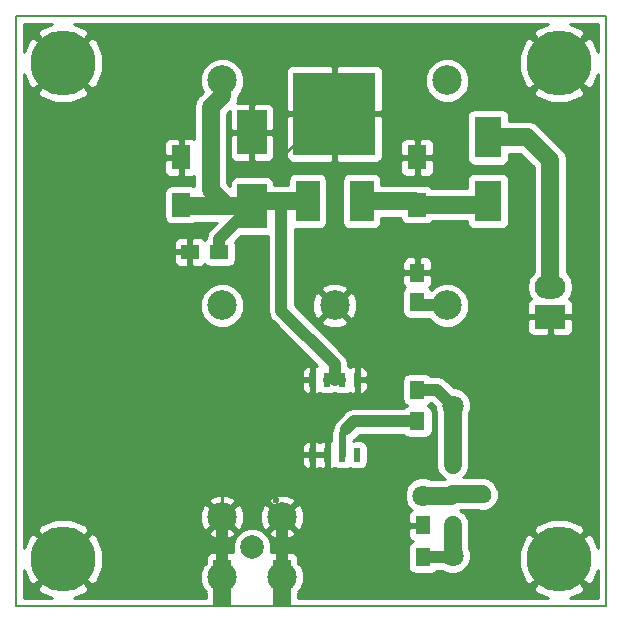
<source format=gbr>
G04 #@! TF.GenerationSoftware,KiCad,Pcbnew,(5.0.2)-1*
G04 #@! TF.CreationDate,2019-03-14T17:14:39+01:00*
G04 #@! TF.ProjectId,ocxo,6f63786f-2e6b-4696-9361-645f70636258,rev?*
G04 #@! TF.SameCoordinates,Original*
G04 #@! TF.FileFunction,Copper,L2,Bot*
G04 #@! TF.FilePolarity,Positive*
%FSLAX46Y46*%
G04 Gerber Fmt 4.6, Leading zero omitted, Abs format (unit mm)*
G04 Created by KiCad (PCBNEW (5.0.2)-1) date 14/03/2019 17:14:39*
%MOMM*%
%LPD*%
G01*
G04 APERTURE LIST*
G04 #@! TA.AperFunction,NonConductor*
%ADD10C,0.150000*%
G04 #@! TD*
G04 #@! TA.AperFunction,ViaPad*
%ADD11C,0.600000*%
G04 #@! TD*
G04 #@! TA.AperFunction,SMDPad,CuDef*
%ADD12R,1.600000X2.000000*%
G04 #@! TD*
G04 #@! TA.AperFunction,SMDPad,CuDef*
%ADD13R,1.500000X1.250000*%
G04 #@! TD*
G04 #@! TA.AperFunction,SMDPad,CuDef*
%ADD14R,1.250000X1.500000*%
G04 #@! TD*
G04 #@! TA.AperFunction,SMDPad,CuDef*
%ADD15R,2.500000X3.750000*%
G04 #@! TD*
G04 #@! TA.AperFunction,ComponentPad*
%ADD16R,2.600000X2.000000*%
G04 #@! TD*
G04 #@! TA.AperFunction,ComponentPad*
%ADD17O,2.600000X2.000000*%
G04 #@! TD*
G04 #@! TA.AperFunction,ComponentPad*
%ADD18C,5.500000*%
G04 #@! TD*
G04 #@! TA.AperFunction,ComponentPad*
%ADD19C,1.998980*%
G04 #@! TD*
G04 #@! TA.AperFunction,ComponentPad*
%ADD20C,2.499360*%
G04 #@! TD*
G04 #@! TA.AperFunction,SMDPad,CuDef*
%ADD21R,1.500000X4.000000*%
G04 #@! TD*
G04 #@! TA.AperFunction,ComponentPad*
%ADD22C,2.500000*%
G04 #@! TD*
G04 #@! TA.AperFunction,SMDPad,CuDef*
%ADD23R,1.300000X1.500000*%
G04 #@! TD*
G04 #@! TA.AperFunction,ComponentPad*
%ADD24C,1.800000*%
G04 #@! TD*
G04 #@! TA.AperFunction,SMDPad,CuDef*
%ADD25R,2.000000X3.500000*%
G04 #@! TD*
G04 #@! TA.AperFunction,SMDPad,CuDef*
%ADD26R,7.000000X7.000000*%
G04 #@! TD*
G04 #@! TA.AperFunction,SMDPad,CuDef*
%ADD27R,0.508000X1.143000*%
G04 #@! TD*
G04 #@! TA.AperFunction,ComponentPad*
%ADD28C,1.440000*%
G04 #@! TD*
G04 #@! TA.AperFunction,SMDPad,CuDef*
%ADD29R,2.300000X3.500000*%
G04 #@! TD*
G04 #@! TA.AperFunction,Conductor*
%ADD30C,1.500000*%
G04 #@! TD*
G04 #@! TA.AperFunction,Conductor*
%ADD31C,0.250000*%
G04 #@! TD*
G04 #@! TA.AperFunction,Conductor*
%ADD32C,1.000000*%
G04 #@! TD*
G04 #@! TA.AperFunction,Conductor*
%ADD33C,0.700000*%
G04 #@! TD*
G04 #@! TA.AperFunction,Conductor*
%ADD34C,0.600000*%
G04 #@! TD*
G04 #@! TA.AperFunction,Conductor*
%ADD35C,0.254000*%
G04 #@! TD*
G04 APERTURE END LIST*
D10*
X80000000Y-95000000D02*
X80000000Y-45000000D01*
X130000000Y-95000000D02*
X80000000Y-95000000D01*
X130000000Y-45000000D02*
X130000000Y-95000000D01*
X80000000Y-45000000D02*
X130000000Y-45000000D01*
D11*
G04 #@! TO.N,GND*
G04 #@! TO.C,REF\002A\002A*
X129000000Y-87000000D03*
G04 #@! TD*
G04 #@! TO.N,GND*
G04 #@! TO.C,REF\002A\002A*
X128000000Y-87000000D03*
G04 #@! TD*
G04 #@! TO.N,GND*
G04 #@! TO.C,REF\002A\002A*
X129000000Y-86000000D03*
G04 #@! TD*
G04 #@! TO.N,GND*
G04 #@! TO.C,REF\002A\002A*
X128000000Y-86000000D03*
G04 #@! TD*
G04 #@! TO.N,GND*
G04 #@! TO.C,REF\002A\002A*
X129000000Y-85000000D03*
G04 #@! TD*
G04 #@! TO.N,GND*
G04 #@! TO.C,REF\002A\002A*
X128000000Y-85000000D03*
G04 #@! TD*
G04 #@! TO.N,GND*
G04 #@! TO.C,REF\002A\002A*
X129000000Y-84000000D03*
G04 #@! TD*
G04 #@! TO.N,GND*
G04 #@! TO.C,REF\002A\002A*
X128000000Y-84000000D03*
G04 #@! TD*
G04 #@! TO.N,GND*
G04 #@! TO.C,REF\002A\002A*
X129000000Y-83000000D03*
G04 #@! TD*
G04 #@! TO.N,GND*
G04 #@! TO.C,REF\002A\002A*
X128000000Y-83000000D03*
G04 #@! TD*
G04 #@! TO.N,GND*
G04 #@! TO.C,REF\002A\002A*
X129000000Y-82000000D03*
G04 #@! TD*
G04 #@! TO.N,GND*
G04 #@! TO.C,REF\002A\002A*
X128000000Y-82000000D03*
G04 #@! TD*
G04 #@! TO.N,GND*
G04 #@! TO.C,REF\002A\002A*
X129000000Y-81000000D03*
G04 #@! TD*
G04 #@! TO.N,GND*
G04 #@! TO.C,REF\002A\002A*
X128000000Y-81000000D03*
G04 #@! TD*
G04 #@! TO.N,GND*
G04 #@! TO.C,REF\002A\002A*
X129000000Y-80000000D03*
G04 #@! TD*
G04 #@! TO.N,GND*
G04 #@! TO.C,REF\002A\002A*
X128000000Y-80000000D03*
G04 #@! TD*
G04 #@! TO.N,GND*
G04 #@! TO.C,REF\002A\002A*
X129000000Y-79000000D03*
G04 #@! TD*
G04 #@! TO.N,GND*
G04 #@! TO.C,REF\002A\002A*
X128000000Y-79000000D03*
G04 #@! TD*
G04 #@! TO.N,GND*
G04 #@! TO.C,REF\002A\002A*
X129000000Y-78000000D03*
G04 #@! TD*
G04 #@! TO.N,GND*
G04 #@! TO.C,REF\002A\002A*
X128000000Y-78000000D03*
G04 #@! TD*
G04 #@! TO.N,GND*
G04 #@! TO.C,REF\002A\002A*
X129000000Y-77000000D03*
G04 #@! TD*
G04 #@! TO.N,GND*
G04 #@! TO.C,REF\002A\002A*
X128000000Y-77000000D03*
G04 #@! TD*
G04 #@! TO.N,GND*
G04 #@! TO.C,REF\002A\002A*
X129000000Y-76000000D03*
G04 #@! TD*
G04 #@! TO.N,GND*
G04 #@! TO.C,REF\002A\002A*
X128000000Y-76000000D03*
G04 #@! TD*
G04 #@! TO.N,GND*
G04 #@! TO.C,REF\002A\002A*
X129000000Y-75000000D03*
G04 #@! TD*
G04 #@! TO.N,GND*
G04 #@! TO.C,REF\002A\002A*
X128000000Y-75000000D03*
G04 #@! TD*
G04 #@! TO.N,GND*
G04 #@! TO.C,REF\002A\002A*
X129000000Y-74000000D03*
G04 #@! TD*
G04 #@! TO.N,GND*
G04 #@! TO.C,REF\002A\002A*
X128000000Y-74000000D03*
G04 #@! TD*
G04 #@! TO.N,GND*
G04 #@! TO.C,REF\002A\002A*
X129000000Y-73000000D03*
G04 #@! TD*
G04 #@! TO.N,GND*
G04 #@! TO.C,REF\002A\002A*
X128000000Y-73000000D03*
G04 #@! TD*
G04 #@! TO.N,GND*
G04 #@! TO.C,REF\002A\002A*
X129000000Y-72000000D03*
G04 #@! TD*
G04 #@! TO.N,GND*
G04 #@! TO.C,REF\002A\002A*
X128000000Y-72000000D03*
G04 #@! TD*
G04 #@! TO.N,GND*
G04 #@! TO.C,REF\002A\002A*
X129000000Y-71000000D03*
G04 #@! TD*
G04 #@! TO.N,GND*
G04 #@! TO.C,REF\002A\002A*
X128000000Y-71000000D03*
G04 #@! TD*
G04 #@! TO.N,GND*
G04 #@! TO.C,REF\002A\002A*
X129000000Y-70000000D03*
G04 #@! TD*
G04 #@! TO.N,GND*
G04 #@! TO.C,REF\002A\002A*
X128000000Y-70000000D03*
G04 #@! TD*
G04 #@! TO.N,GND*
G04 #@! TO.C,REF\002A\002A*
X129000000Y-69000000D03*
G04 #@! TD*
G04 #@! TO.N,GND*
G04 #@! TO.C,REF\002A\002A*
X128000000Y-69000000D03*
G04 #@! TD*
G04 #@! TO.N,GND*
G04 #@! TO.C,REF\002A\002A*
X129000000Y-68000000D03*
G04 #@! TD*
G04 #@! TO.N,GND*
G04 #@! TO.C,REF\002A\002A*
X128000000Y-68000000D03*
G04 #@! TD*
G04 #@! TO.N,GND*
G04 #@! TO.C,REF\002A\002A*
X129000000Y-67000000D03*
G04 #@! TD*
G04 #@! TO.N,GND*
G04 #@! TO.C,REF\002A\002A*
X128000000Y-67000000D03*
G04 #@! TD*
G04 #@! TO.N,GND*
G04 #@! TO.C,REF\002A\002A*
X129000000Y-66000000D03*
G04 #@! TD*
G04 #@! TO.N,GND*
G04 #@! TO.C,REF\002A\002A*
X128000000Y-66000000D03*
G04 #@! TD*
G04 #@! TO.N,GND*
G04 #@! TO.C,REF\002A\002A*
X129000000Y-65000000D03*
G04 #@! TD*
G04 #@! TO.N,GND*
G04 #@! TO.C,REF\002A\002A*
X128000000Y-65000000D03*
G04 #@! TD*
G04 #@! TO.N,GND*
G04 #@! TO.C,REF\002A\002A*
X129000000Y-64000000D03*
G04 #@! TD*
G04 #@! TO.N,GND*
G04 #@! TO.C,REF\002A\002A*
X128000000Y-64000000D03*
G04 #@! TD*
G04 #@! TO.N,GND*
G04 #@! TO.C,REF\002A\002A*
X129000000Y-63000000D03*
G04 #@! TD*
G04 #@! TO.N,GND*
G04 #@! TO.C,REF\002A\002A*
X128000000Y-63000000D03*
G04 #@! TD*
G04 #@! TO.N,GND*
G04 #@! TO.C,REF\002A\002A*
X129000000Y-62000000D03*
G04 #@! TD*
G04 #@! TO.N,GND*
G04 #@! TO.C,REF\002A\002A*
X128000000Y-62000000D03*
G04 #@! TD*
G04 #@! TO.N,GND*
G04 #@! TO.C,REF\002A\002A*
X129000000Y-61000000D03*
G04 #@! TD*
G04 #@! TO.N,GND*
G04 #@! TO.C,REF\002A\002A*
X128000000Y-61000000D03*
G04 #@! TD*
G04 #@! TO.N,GND*
G04 #@! TO.C,REF\002A\002A*
X129000000Y-60000000D03*
G04 #@! TD*
G04 #@! TO.N,GND*
G04 #@! TO.C,REF\002A\002A*
X128000000Y-60000000D03*
G04 #@! TD*
G04 #@! TO.N,GND*
G04 #@! TO.C,REF\002A\002A*
X129000000Y-59000000D03*
G04 #@! TD*
G04 #@! TO.N,GND*
G04 #@! TO.C,REF\002A\002A*
X128000000Y-59000000D03*
G04 #@! TD*
G04 #@! TO.N,GND*
G04 #@! TO.C,REF\002A\002A*
X129000000Y-58000000D03*
G04 #@! TD*
G04 #@! TO.N,GND*
G04 #@! TO.C,REF\002A\002A*
X128000000Y-58000000D03*
G04 #@! TD*
G04 #@! TO.N,GND*
G04 #@! TO.C,REF\002A\002A*
X129000000Y-57000000D03*
G04 #@! TD*
G04 #@! TO.N,GND*
G04 #@! TO.C,REF\002A\002A*
X128000000Y-57000000D03*
G04 #@! TD*
G04 #@! TO.N,GND*
G04 #@! TO.C,REF\002A\002A*
X129000000Y-56000000D03*
G04 #@! TD*
G04 #@! TO.N,GND*
G04 #@! TO.C,REF\002A\002A*
X128000000Y-56000000D03*
G04 #@! TD*
G04 #@! TO.N,GND*
G04 #@! TO.C,REF\002A\002A*
X129000000Y-55000000D03*
G04 #@! TD*
G04 #@! TO.N,GND*
G04 #@! TO.C,REF\002A\002A*
X128000000Y-55000000D03*
G04 #@! TD*
G04 #@! TO.N,GND*
G04 #@! TO.C,REF\002A\002A*
X129000000Y-54000000D03*
G04 #@! TD*
G04 #@! TO.N,GND*
G04 #@! TO.C,REF\002A\002A*
X128000000Y-54000000D03*
G04 #@! TD*
G04 #@! TO.N,GND*
G04 #@! TO.C,REF\002A\002A*
X129000000Y-53000000D03*
G04 #@! TD*
G04 #@! TO.N,GND*
G04 #@! TO.C,REF\002A\002A*
X128000000Y-53000000D03*
G04 #@! TD*
G04 #@! TO.N,GND*
G04 #@! TO.C,REF\002A\002A*
X122000000Y-48000000D03*
G04 #@! TD*
G04 #@! TO.N,GND*
G04 #@! TO.C,REF\002A\002A*
X121000000Y-48000000D03*
G04 #@! TD*
G04 #@! TO.N,GND*
G04 #@! TO.C,REF\002A\002A*
X120000000Y-48000000D03*
G04 #@! TD*
G04 #@! TO.N,GND*
G04 #@! TO.C,REF\002A\002A*
X119000000Y-48000000D03*
G04 #@! TD*
G04 #@! TO.N,GND*
G04 #@! TO.C,REF\002A\002A*
X118000000Y-48000000D03*
G04 #@! TD*
G04 #@! TO.N,GND*
G04 #@! TO.C,REF\002A\002A*
X117000000Y-48000000D03*
G04 #@! TD*
G04 #@! TO.N,GND*
G04 #@! TO.C,REF\002A\002A*
X116000000Y-48000000D03*
G04 #@! TD*
G04 #@! TO.N,GND*
G04 #@! TO.C,REF\002A\002A*
X115000000Y-48000000D03*
G04 #@! TD*
G04 #@! TO.N,GND*
G04 #@! TO.C,REF\002A\002A*
X114000000Y-48000000D03*
G04 #@! TD*
G04 #@! TO.N,GND*
G04 #@! TO.C,REF\002A\002A*
X113000000Y-48000000D03*
G04 #@! TD*
G04 #@! TO.N,GND*
G04 #@! TO.C,REF\002A\002A*
X112000000Y-48000000D03*
G04 #@! TD*
G04 #@! TO.N,GND*
G04 #@! TO.C,REF\002A\002A*
X111000000Y-48000000D03*
G04 #@! TD*
G04 #@! TO.N,GND*
G04 #@! TO.C,REF\002A\002A*
X110000000Y-48000000D03*
G04 #@! TD*
G04 #@! TO.N,GND*
G04 #@! TO.C,REF\002A\002A*
X109000000Y-48000000D03*
G04 #@! TD*
G04 #@! TO.N,GND*
G04 #@! TO.C,REF\002A\002A*
X108000000Y-48000000D03*
G04 #@! TD*
G04 #@! TO.N,GND*
G04 #@! TO.C,REF\002A\002A*
X107000000Y-48000000D03*
G04 #@! TD*
G04 #@! TO.N,GND*
G04 #@! TO.C,REF\002A\002A*
X106000000Y-48000000D03*
G04 #@! TD*
G04 #@! TO.N,GND*
G04 #@! TO.C,REF\002A\002A*
X105000000Y-48000000D03*
G04 #@! TD*
G04 #@! TO.N,GND*
G04 #@! TO.C,REF\002A\002A*
X104000000Y-48000000D03*
G04 #@! TD*
G04 #@! TO.N,GND*
G04 #@! TO.C,REF\002A\002A*
X103000000Y-48000000D03*
G04 #@! TD*
G04 #@! TO.N,GND*
G04 #@! TO.C,REF\002A\002A*
X102000000Y-48000000D03*
G04 #@! TD*
G04 #@! TO.N,GND*
G04 #@! TO.C,REF\002A\002A*
X101000000Y-48000000D03*
G04 #@! TD*
G04 #@! TO.N,GND*
G04 #@! TO.C,REF\002A\002A*
X100000000Y-48000000D03*
G04 #@! TD*
G04 #@! TO.N,GND*
G04 #@! TO.C,REF\002A\002A*
X99000000Y-48000000D03*
G04 #@! TD*
G04 #@! TO.N,GND*
G04 #@! TO.C,REF\002A\002A*
X98000000Y-48000000D03*
G04 #@! TD*
G04 #@! TO.N,GND*
G04 #@! TO.C,REF\002A\002A*
X97000000Y-48000000D03*
G04 #@! TD*
G04 #@! TO.N,GND*
G04 #@! TO.C,REF\002A\002A*
X96000000Y-48000000D03*
G04 #@! TD*
G04 #@! TO.N,GND*
G04 #@! TO.C,REF\002A\002A*
X95000000Y-48000000D03*
G04 #@! TD*
G04 #@! TO.N,GND*
G04 #@! TO.C,REF\002A\002A*
X94000000Y-48000000D03*
G04 #@! TD*
G04 #@! TO.N,GND*
G04 #@! TO.C,REF\002A\002A*
X93000000Y-48000000D03*
G04 #@! TD*
G04 #@! TO.N,GND*
G04 #@! TO.C,REF\002A\002A*
X92000000Y-48000000D03*
G04 #@! TD*
G04 #@! TO.N,GND*
G04 #@! TO.C,REF\002A\002A*
X91000000Y-48000000D03*
G04 #@! TD*
G04 #@! TO.N,GND*
G04 #@! TO.C,REF\002A\002A*
X90000000Y-48000000D03*
G04 #@! TD*
G04 #@! TO.N,GND*
G04 #@! TO.C,REF\002A\002A*
X89000000Y-48000000D03*
G04 #@! TD*
G04 #@! TO.N,GND*
G04 #@! TO.C,REF\002A\002A*
X88000000Y-48000000D03*
G04 #@! TD*
G04 #@! TO.N,GND*
G04 #@! TO.C,REF\002A\002A*
X122000000Y-47000000D03*
G04 #@! TD*
G04 #@! TO.N,GND*
G04 #@! TO.C,REF\002A\002A*
X121000000Y-47000000D03*
G04 #@! TD*
G04 #@! TO.N,GND*
G04 #@! TO.C,REF\002A\002A*
X120000000Y-47000000D03*
G04 #@! TD*
G04 #@! TO.N,GND*
G04 #@! TO.C,REF\002A\002A*
X119000000Y-47000000D03*
G04 #@! TD*
G04 #@! TO.N,GND*
G04 #@! TO.C,REF\002A\002A*
X118000000Y-47000000D03*
G04 #@! TD*
G04 #@! TO.N,GND*
G04 #@! TO.C,REF\002A\002A*
X117000000Y-47000000D03*
G04 #@! TD*
G04 #@! TO.N,GND*
G04 #@! TO.C,REF\002A\002A*
X116000000Y-47000000D03*
G04 #@! TD*
G04 #@! TO.N,GND*
G04 #@! TO.C,REF\002A\002A*
X115000000Y-47000000D03*
G04 #@! TD*
G04 #@! TO.N,GND*
G04 #@! TO.C,REF\002A\002A*
X114000000Y-47000000D03*
G04 #@! TD*
G04 #@! TO.N,GND*
G04 #@! TO.C,REF\002A\002A*
X113000000Y-47000000D03*
G04 #@! TD*
G04 #@! TO.N,GND*
G04 #@! TO.C,REF\002A\002A*
X112000000Y-47000000D03*
G04 #@! TD*
G04 #@! TO.N,GND*
G04 #@! TO.C,REF\002A\002A*
X111000000Y-47000000D03*
G04 #@! TD*
G04 #@! TO.N,GND*
G04 #@! TO.C,REF\002A\002A*
X110000000Y-47000000D03*
G04 #@! TD*
G04 #@! TO.N,GND*
G04 #@! TO.C,REF\002A\002A*
X109000000Y-47000000D03*
G04 #@! TD*
G04 #@! TO.N,GND*
G04 #@! TO.C,REF\002A\002A*
X108000000Y-47000000D03*
G04 #@! TD*
G04 #@! TO.N,GND*
G04 #@! TO.C,REF\002A\002A*
X107000000Y-47000000D03*
G04 #@! TD*
G04 #@! TO.N,GND*
G04 #@! TO.C,REF\002A\002A*
X106000000Y-47000000D03*
G04 #@! TD*
G04 #@! TO.N,GND*
G04 #@! TO.C,REF\002A\002A*
X105000000Y-47000000D03*
G04 #@! TD*
G04 #@! TO.N,GND*
G04 #@! TO.C,REF\002A\002A*
X104000000Y-47000000D03*
G04 #@! TD*
G04 #@! TO.N,GND*
G04 #@! TO.C,REF\002A\002A*
X103000000Y-47000000D03*
G04 #@! TD*
G04 #@! TO.N,GND*
G04 #@! TO.C,REF\002A\002A*
X102000000Y-47000000D03*
G04 #@! TD*
G04 #@! TO.N,GND*
G04 #@! TO.C,REF\002A\002A*
X101000000Y-47000000D03*
G04 #@! TD*
G04 #@! TO.N,GND*
G04 #@! TO.C,REF\002A\002A*
X100000000Y-47000000D03*
G04 #@! TD*
G04 #@! TO.N,GND*
G04 #@! TO.C,REF\002A\002A*
X99000000Y-47000000D03*
G04 #@! TD*
G04 #@! TO.N,GND*
G04 #@! TO.C,REF\002A\002A*
X98000000Y-47000000D03*
G04 #@! TD*
G04 #@! TO.N,GND*
G04 #@! TO.C,REF\002A\002A*
X97000000Y-47000000D03*
G04 #@! TD*
G04 #@! TO.N,GND*
G04 #@! TO.C,REF\002A\002A*
X96000000Y-47000000D03*
G04 #@! TD*
G04 #@! TO.N,GND*
G04 #@! TO.C,REF\002A\002A*
X95000000Y-47000000D03*
G04 #@! TD*
G04 #@! TO.N,GND*
G04 #@! TO.C,REF\002A\002A*
X94000000Y-47000000D03*
G04 #@! TD*
G04 #@! TO.N,GND*
G04 #@! TO.C,REF\002A\002A*
X93000000Y-47000000D03*
G04 #@! TD*
G04 #@! TO.N,GND*
G04 #@! TO.C,REF\002A\002A*
X92000000Y-47000000D03*
G04 #@! TD*
G04 #@! TO.N,GND*
G04 #@! TO.C,REF\002A\002A*
X91000000Y-47000000D03*
G04 #@! TD*
G04 #@! TO.N,GND*
G04 #@! TO.C,REF\002A\002A*
X90000000Y-47000000D03*
G04 #@! TD*
G04 #@! TO.N,GND*
G04 #@! TO.C,REF\002A\002A*
X89000000Y-47000000D03*
G04 #@! TD*
G04 #@! TO.N,GND*
G04 #@! TO.C,REF\002A\002A*
X88000000Y-47000000D03*
G04 #@! TD*
G04 #@! TO.N,GND*
G04 #@! TO.C,REF\002A\002A*
X122000000Y-46000000D03*
G04 #@! TD*
G04 #@! TO.N,GND*
G04 #@! TO.C,REF\002A\002A*
X121000000Y-46000000D03*
G04 #@! TD*
G04 #@! TO.N,GND*
G04 #@! TO.C,REF\002A\002A*
X120000000Y-46000000D03*
G04 #@! TD*
G04 #@! TO.N,GND*
G04 #@! TO.C,REF\002A\002A*
X119000000Y-46000000D03*
G04 #@! TD*
G04 #@! TO.N,GND*
G04 #@! TO.C,REF\002A\002A*
X118000000Y-46000000D03*
G04 #@! TD*
G04 #@! TO.N,GND*
G04 #@! TO.C,REF\002A\002A*
X117000000Y-46000000D03*
G04 #@! TD*
G04 #@! TO.N,GND*
G04 #@! TO.C,REF\002A\002A*
X116000000Y-46000000D03*
G04 #@! TD*
G04 #@! TO.N,GND*
G04 #@! TO.C,REF\002A\002A*
X115000000Y-46000000D03*
G04 #@! TD*
G04 #@! TO.N,GND*
G04 #@! TO.C,REF\002A\002A*
X114000000Y-46000000D03*
G04 #@! TD*
G04 #@! TO.N,GND*
G04 #@! TO.C,REF\002A\002A*
X113000000Y-46000000D03*
G04 #@! TD*
G04 #@! TO.N,GND*
G04 #@! TO.C,REF\002A\002A*
X112000000Y-46000000D03*
G04 #@! TD*
G04 #@! TO.N,GND*
G04 #@! TO.C,REF\002A\002A*
X111000000Y-46000000D03*
G04 #@! TD*
G04 #@! TO.N,GND*
G04 #@! TO.C,REF\002A\002A*
X110000000Y-46000000D03*
G04 #@! TD*
G04 #@! TO.N,GND*
G04 #@! TO.C,REF\002A\002A*
X109000000Y-46000000D03*
G04 #@! TD*
G04 #@! TO.N,GND*
G04 #@! TO.C,REF\002A\002A*
X108000000Y-46000000D03*
G04 #@! TD*
G04 #@! TO.N,GND*
G04 #@! TO.C,REF\002A\002A*
X107000000Y-46000000D03*
G04 #@! TD*
G04 #@! TO.N,GND*
G04 #@! TO.C,REF\002A\002A*
X106000000Y-46000000D03*
G04 #@! TD*
G04 #@! TO.N,GND*
G04 #@! TO.C,REF\002A\002A*
X105000000Y-46000000D03*
G04 #@! TD*
G04 #@! TO.N,GND*
G04 #@! TO.C,REF\002A\002A*
X104000000Y-46000000D03*
G04 #@! TD*
G04 #@! TO.N,GND*
G04 #@! TO.C,REF\002A\002A*
X103000000Y-46000000D03*
G04 #@! TD*
G04 #@! TO.N,GND*
G04 #@! TO.C,REF\002A\002A*
X102000000Y-46000000D03*
G04 #@! TD*
G04 #@! TO.N,GND*
G04 #@! TO.C,REF\002A\002A*
X101000000Y-46000000D03*
G04 #@! TD*
G04 #@! TO.N,GND*
G04 #@! TO.C,REF\002A\002A*
X100000000Y-46000000D03*
G04 #@! TD*
G04 #@! TO.N,GND*
G04 #@! TO.C,REF\002A\002A*
X99000000Y-46000000D03*
G04 #@! TD*
G04 #@! TO.N,GND*
G04 #@! TO.C,REF\002A\002A*
X98000000Y-46000000D03*
G04 #@! TD*
G04 #@! TO.N,GND*
G04 #@! TO.C,REF\002A\002A*
X97000000Y-46000000D03*
G04 #@! TD*
G04 #@! TO.N,GND*
G04 #@! TO.C,REF\002A\002A*
X96000000Y-46000000D03*
G04 #@! TD*
G04 #@! TO.N,GND*
G04 #@! TO.C,REF\002A\002A*
X95000000Y-46000000D03*
G04 #@! TD*
G04 #@! TO.N,GND*
G04 #@! TO.C,REF\002A\002A*
X94000000Y-46000000D03*
G04 #@! TD*
G04 #@! TO.N,GND*
G04 #@! TO.C,REF\002A\002A*
X93000000Y-46000000D03*
G04 #@! TD*
G04 #@! TO.N,GND*
G04 #@! TO.C,REF\002A\002A*
X92000000Y-46000000D03*
G04 #@! TD*
G04 #@! TO.N,GND*
G04 #@! TO.C,REF\002A\002A*
X91000000Y-46000000D03*
G04 #@! TD*
G04 #@! TO.N,GND*
G04 #@! TO.C,REF\002A\002A*
X90000000Y-46000000D03*
G04 #@! TD*
G04 #@! TO.N,GND*
G04 #@! TO.C,REF\002A\002A*
X89000000Y-46000000D03*
G04 #@! TD*
G04 #@! TO.N,GND*
G04 #@! TO.C,REF\002A\002A*
X88000000Y-46000000D03*
G04 #@! TD*
G04 #@! TO.N,GND*
G04 #@! TO.C,REF\002A\002A*
X128000000Y-87000000D03*
G04 #@! TD*
G04 #@! TO.N,GND*
G04 #@! TO.C,REF\002A\002A*
X127000000Y-87000000D03*
G04 #@! TD*
G04 #@! TO.N,GND*
G04 #@! TO.C,REF\002A\002A*
X126000000Y-87000000D03*
G04 #@! TD*
G04 #@! TO.N,GND*
G04 #@! TO.C,REF\002A\002A*
X125000000Y-87000000D03*
G04 #@! TD*
G04 #@! TO.N,GND*
G04 #@! TO.C,REF\002A\002A*
X124000000Y-87000000D03*
G04 #@! TD*
G04 #@! TO.N,GND*
G04 #@! TO.C,REF\002A\002A*
X123000000Y-87000000D03*
G04 #@! TD*
G04 #@! TO.N,GND*
G04 #@! TO.C,REF\002A\002A*
X122000000Y-87000000D03*
G04 #@! TD*
G04 #@! TO.N,GND*
G04 #@! TO.C,REF\002A\002A*
X128000000Y-86000000D03*
G04 #@! TD*
G04 #@! TO.N,GND*
G04 #@! TO.C,REF\002A\002A*
X127000000Y-86000000D03*
G04 #@! TD*
G04 #@! TO.N,GND*
G04 #@! TO.C,REF\002A\002A*
X126000000Y-86000000D03*
G04 #@! TD*
G04 #@! TO.N,GND*
G04 #@! TO.C,REF\002A\002A*
X125000000Y-86000000D03*
G04 #@! TD*
G04 #@! TO.N,GND*
G04 #@! TO.C,REF\002A\002A*
X124000000Y-86000000D03*
G04 #@! TD*
G04 #@! TO.N,GND*
G04 #@! TO.C,REF\002A\002A*
X123000000Y-86000000D03*
G04 #@! TD*
G04 #@! TO.N,GND*
G04 #@! TO.C,REF\002A\002A*
X122000000Y-86000000D03*
G04 #@! TD*
G04 #@! TO.N,GND*
G04 #@! TO.C,REF\002A\002A*
X128000000Y-85000000D03*
G04 #@! TD*
G04 #@! TO.N,GND*
G04 #@! TO.C,REF\002A\002A*
X123000000Y-85000000D03*
G04 #@! TD*
G04 #@! TO.N,GND*
G04 #@! TO.C,REF\002A\002A*
X122000000Y-85000000D03*
G04 #@! TD*
G04 #@! TO.N,GND*
G04 #@! TO.C,REF\002A\002A*
X128000000Y-84000000D03*
G04 #@! TD*
G04 #@! TO.N,GND*
G04 #@! TO.C,REF\002A\002A*
X123000000Y-84000000D03*
G04 #@! TD*
G04 #@! TO.N,GND*
G04 #@! TO.C,REF\002A\002A*
X122000000Y-84000000D03*
G04 #@! TD*
G04 #@! TO.N,GND*
G04 #@! TO.C,REF\002A\002A*
X128000000Y-83000000D03*
G04 #@! TD*
G04 #@! TO.N,GND*
G04 #@! TO.C,REF\002A\002A*
X123000000Y-83000000D03*
G04 #@! TD*
G04 #@! TO.N,GND*
G04 #@! TO.C,REF\002A\002A*
X122000000Y-83000000D03*
G04 #@! TD*
G04 #@! TO.N,GND*
G04 #@! TO.C,REF\002A\002A*
X128000000Y-82000000D03*
G04 #@! TD*
G04 #@! TO.N,GND*
G04 #@! TO.C,REF\002A\002A*
X123000000Y-82000000D03*
G04 #@! TD*
G04 #@! TO.N,GND*
G04 #@! TO.C,REF\002A\002A*
X122000000Y-82000000D03*
G04 #@! TD*
G04 #@! TO.N,GND*
G04 #@! TO.C,REF\002A\002A*
X128000000Y-81000000D03*
G04 #@! TD*
G04 #@! TO.N,GND*
G04 #@! TO.C,REF\002A\002A*
X123000000Y-81000000D03*
G04 #@! TD*
G04 #@! TO.N,GND*
G04 #@! TO.C,REF\002A\002A*
X122000000Y-81000000D03*
G04 #@! TD*
G04 #@! TO.N,GND*
G04 #@! TO.C,REF\002A\002A*
X128000000Y-80000000D03*
G04 #@! TD*
G04 #@! TO.N,GND*
G04 #@! TO.C,REF\002A\002A*
X123000000Y-80000000D03*
G04 #@! TD*
G04 #@! TO.N,GND*
G04 #@! TO.C,REF\002A\002A*
X122000000Y-80000000D03*
G04 #@! TD*
G04 #@! TO.N,GND*
G04 #@! TO.C,REF\002A\002A*
X128000000Y-79000000D03*
G04 #@! TD*
G04 #@! TO.N,GND*
G04 #@! TO.C,REF\002A\002A*
X123000000Y-79000000D03*
G04 #@! TD*
G04 #@! TO.N,GND*
G04 #@! TO.C,REF\002A\002A*
X122000000Y-79000000D03*
G04 #@! TD*
G04 #@! TO.N,GND*
G04 #@! TO.C,REF\002A\002A*
X128000000Y-78000000D03*
G04 #@! TD*
G04 #@! TO.N,GND*
G04 #@! TO.C,REF\002A\002A*
X123000000Y-78000000D03*
G04 #@! TD*
G04 #@! TO.N,GND*
G04 #@! TO.C,REF\002A\002A*
X122000000Y-78000000D03*
G04 #@! TD*
G04 #@! TO.N,GND*
G04 #@! TO.C,REF\002A\002A*
X128000000Y-77000000D03*
G04 #@! TD*
G04 #@! TO.N,GND*
G04 #@! TO.C,REF\002A\002A*
X123000000Y-77000000D03*
G04 #@! TD*
G04 #@! TO.N,GND*
G04 #@! TO.C,REF\002A\002A*
X122000000Y-77000000D03*
G04 #@! TD*
G04 #@! TO.N,GND*
G04 #@! TO.C,REF\002A\002A*
X128000000Y-76000000D03*
G04 #@! TD*
G04 #@! TO.N,GND*
G04 #@! TO.C,REF\002A\002A*
X123000000Y-76000000D03*
G04 #@! TD*
G04 #@! TO.N,GND*
G04 #@! TO.C,REF\002A\002A*
X122000000Y-76000000D03*
G04 #@! TD*
G04 #@! TO.N,GND*
G04 #@! TO.C,REF\002A\002A*
X128000000Y-75000000D03*
G04 #@! TD*
G04 #@! TO.N,GND*
G04 #@! TO.C,REF\002A\002A*
X127000000Y-75000000D03*
G04 #@! TD*
G04 #@! TO.N,GND*
G04 #@! TO.C,REF\002A\002A*
X126000000Y-75000000D03*
G04 #@! TD*
G04 #@! TO.N,GND*
G04 #@! TO.C,REF\002A\002A*
X125000000Y-75000000D03*
G04 #@! TD*
G04 #@! TO.N,GND*
G04 #@! TO.C,REF\002A\002A*
X124000000Y-75000000D03*
G04 #@! TD*
G04 #@! TO.N,GND*
G04 #@! TO.C,REF\002A\002A*
X123000000Y-75000000D03*
G04 #@! TD*
G04 #@! TO.N,GND*
G04 #@! TO.C,REF\002A\002A*
X122000000Y-75000000D03*
G04 #@! TD*
G04 #@! TO.N,GND*
G04 #@! TO.C,REF\002A\002A*
X128000000Y-74000000D03*
G04 #@! TD*
G04 #@! TO.N,GND*
G04 #@! TO.C,REF\002A\002A*
X127000000Y-74000000D03*
G04 #@! TD*
G04 #@! TO.N,GND*
G04 #@! TO.C,REF\002A\002A*
X126000000Y-74000000D03*
G04 #@! TD*
G04 #@! TO.N,GND*
G04 #@! TO.C,REF\002A\002A*
X125000000Y-74000000D03*
G04 #@! TD*
G04 #@! TO.N,GND*
G04 #@! TO.C,REF\002A\002A*
X124000000Y-74000000D03*
G04 #@! TD*
G04 #@! TO.N,GND*
G04 #@! TO.C,REF\002A\002A*
X123000000Y-74000000D03*
G04 #@! TD*
G04 #@! TO.N,GND*
G04 #@! TO.C,REF\002A\002A*
X95000000Y-94000000D03*
G04 #@! TD*
G04 #@! TO.N,GND*
G04 #@! TO.C,REF\002A\002A*
X94000000Y-94000000D03*
G04 #@! TD*
G04 #@! TO.N,GND*
G04 #@! TO.C,REF\002A\002A*
X93000000Y-94000000D03*
G04 #@! TD*
G04 #@! TO.N,GND*
G04 #@! TO.C,REF\002A\002A*
X92000000Y-94000000D03*
G04 #@! TD*
G04 #@! TO.N,GND*
G04 #@! TO.C,REF\002A\002A*
X91000000Y-94000000D03*
G04 #@! TD*
G04 #@! TO.N,GND*
G04 #@! TO.C,REF\002A\002A*
X90000000Y-94000000D03*
G04 #@! TD*
G04 #@! TO.N,GND*
G04 #@! TO.C,REF\002A\002A*
X89000000Y-94000000D03*
G04 #@! TD*
G04 #@! TO.N,GND*
G04 #@! TO.C,REF\002A\002A*
X88000000Y-94000000D03*
G04 #@! TD*
G04 #@! TO.N,GND*
G04 #@! TO.C,REF\002A\002A*
X95000000Y-93000000D03*
G04 #@! TD*
G04 #@! TO.N,GND*
G04 #@! TO.C,REF\002A\002A*
X94000000Y-93000000D03*
G04 #@! TD*
G04 #@! TO.N,GND*
G04 #@! TO.C,REF\002A\002A*
X93000000Y-93000000D03*
G04 #@! TD*
G04 #@! TO.N,GND*
G04 #@! TO.C,REF\002A\002A*
X92000000Y-93000000D03*
G04 #@! TD*
G04 #@! TO.N,GND*
G04 #@! TO.C,REF\002A\002A*
X91000000Y-93000000D03*
G04 #@! TD*
G04 #@! TO.N,GND*
G04 #@! TO.C,REF\002A\002A*
X90000000Y-93000000D03*
G04 #@! TD*
G04 #@! TO.N,GND*
G04 #@! TO.C,REF\002A\002A*
X89000000Y-93000000D03*
G04 #@! TD*
G04 #@! TO.N,GND*
G04 #@! TO.C,REF\002A\002A*
X88000000Y-93000000D03*
G04 #@! TD*
G04 #@! TO.N,GND*
G04 #@! TO.C,REF\002A\002A*
X95000000Y-92000000D03*
G04 #@! TD*
G04 #@! TO.N,GND*
G04 #@! TO.C,REF\002A\002A*
X94000000Y-92000000D03*
G04 #@! TD*
G04 #@! TO.N,GND*
G04 #@! TO.C,REF\002A\002A*
X89000000Y-92000000D03*
G04 #@! TD*
G04 #@! TO.N,GND*
G04 #@! TO.C,REF\002A\002A*
X88000000Y-92000000D03*
G04 #@! TD*
G04 #@! TO.N,GND*
G04 #@! TO.C,REF\002A\002A*
X95000000Y-91000000D03*
G04 #@! TD*
G04 #@! TO.N,GND*
G04 #@! TO.C,REF\002A\002A*
X94000000Y-91000000D03*
G04 #@! TD*
G04 #@! TO.N,GND*
G04 #@! TO.C,REF\002A\002A*
X89000000Y-91000000D03*
G04 #@! TD*
G04 #@! TO.N,GND*
G04 #@! TO.C,REF\002A\002A*
X88000000Y-91000000D03*
G04 #@! TD*
G04 #@! TO.N,GND*
G04 #@! TO.C,REF\002A\002A*
X95000000Y-90000000D03*
G04 #@! TD*
G04 #@! TO.N,GND*
G04 #@! TO.C,REF\002A\002A*
X94000000Y-90000000D03*
G04 #@! TD*
G04 #@! TO.N,GND*
G04 #@! TO.C,REF\002A\002A*
X89000000Y-90000000D03*
G04 #@! TD*
G04 #@! TO.N,GND*
G04 #@! TO.C,REF\002A\002A*
X88000000Y-90000000D03*
G04 #@! TD*
G04 #@! TO.N,GND*
G04 #@! TO.C,REF\002A\002A*
X95000000Y-89000000D03*
G04 #@! TD*
G04 #@! TO.N,GND*
G04 #@! TO.C,REF\002A\002A*
X94000000Y-89000000D03*
G04 #@! TD*
G04 #@! TO.N,GND*
G04 #@! TO.C,REF\002A\002A*
X93000000Y-89000000D03*
G04 #@! TD*
G04 #@! TO.N,GND*
G04 #@! TO.C,REF\002A\002A*
X92000000Y-89000000D03*
G04 #@! TD*
G04 #@! TO.N,GND*
G04 #@! TO.C,REF\002A\002A*
X91000000Y-89000000D03*
G04 #@! TD*
G04 #@! TO.N,GND*
G04 #@! TO.C,REF\002A\002A*
X90000000Y-89000000D03*
G04 #@! TD*
G04 #@! TO.N,GND*
G04 #@! TO.C,REF\002A\002A*
X89000000Y-89000000D03*
G04 #@! TD*
G04 #@! TO.N,GND*
G04 #@! TO.C,REF\002A\002A*
X88000000Y-89000000D03*
G04 #@! TD*
G04 #@! TO.N,GND*
G04 #@! TO.C,REF\002A\002A*
X95000000Y-88000000D03*
G04 #@! TD*
G04 #@! TO.N,GND*
G04 #@! TO.C,REF\002A\002A*
X94000000Y-88000000D03*
G04 #@! TD*
G04 #@! TO.N,GND*
G04 #@! TO.C,REF\002A\002A*
X93000000Y-88000000D03*
G04 #@! TD*
G04 #@! TO.N,GND*
G04 #@! TO.C,REF\002A\002A*
X92000000Y-88000000D03*
G04 #@! TD*
G04 #@! TO.N,GND*
G04 #@! TO.C,REF\002A\002A*
X91000000Y-88000000D03*
G04 #@! TD*
G04 #@! TO.N,GND*
G04 #@! TO.C,REF\002A\002A*
X90000000Y-88000000D03*
G04 #@! TD*
G04 #@! TO.N,GND*
G04 #@! TO.C,REF\002A\002A*
X89000000Y-88000000D03*
G04 #@! TD*
G04 #@! TO.N,GND*
G04 #@! TO.C,REF\002A\002A*
X111000000Y-94000000D03*
G04 #@! TD*
G04 #@! TO.N,GND*
G04 #@! TO.C,REF\002A\002A*
X110000000Y-94000000D03*
G04 #@! TD*
G04 #@! TO.N,GND*
G04 #@! TO.C,REF\002A\002A*
X109000000Y-94000000D03*
G04 #@! TD*
G04 #@! TO.N,GND*
G04 #@! TO.C,REF\002A\002A*
X108000000Y-94000000D03*
G04 #@! TD*
G04 #@! TO.N,GND*
G04 #@! TO.C,REF\002A\002A*
X107000000Y-94000000D03*
G04 #@! TD*
G04 #@! TO.N,GND*
G04 #@! TO.C,REF\002A\002A*
X106000000Y-94000000D03*
G04 #@! TD*
G04 #@! TO.N,GND*
G04 #@! TO.C,REF\002A\002A*
X105000000Y-94000000D03*
G04 #@! TD*
G04 #@! TO.N,GND*
G04 #@! TO.C,REF\002A\002A*
X111000000Y-93000000D03*
G04 #@! TD*
G04 #@! TO.N,GND*
G04 #@! TO.C,REF\002A\002A*
X110000000Y-93000000D03*
G04 #@! TD*
G04 #@! TO.N,GND*
G04 #@! TO.C,REF\002A\002A*
X109000000Y-93000000D03*
G04 #@! TD*
G04 #@! TO.N,GND*
G04 #@! TO.C,REF\002A\002A*
X108000000Y-93000000D03*
G04 #@! TD*
G04 #@! TO.N,GND*
G04 #@! TO.C,REF\002A\002A*
X107000000Y-93000000D03*
G04 #@! TD*
G04 #@! TO.N,GND*
G04 #@! TO.C,REF\002A\002A*
X106000000Y-93000000D03*
G04 #@! TD*
G04 #@! TO.N,GND*
G04 #@! TO.C,REF\002A\002A*
X105000000Y-93000000D03*
G04 #@! TD*
G04 #@! TO.N,GND*
G04 #@! TO.C,REF\002A\002A*
X111000000Y-92000000D03*
G04 #@! TD*
G04 #@! TO.N,GND*
G04 #@! TO.C,REF\002A\002A*
X110000000Y-92000000D03*
G04 #@! TD*
G04 #@! TO.N,GND*
G04 #@! TO.C,REF\002A\002A*
X106000000Y-92000000D03*
G04 #@! TD*
G04 #@! TO.N,GND*
G04 #@! TO.C,REF\002A\002A*
X105000000Y-92000000D03*
G04 #@! TD*
G04 #@! TO.N,GND*
G04 #@! TO.C,REF\002A\002A*
X111000000Y-91000000D03*
G04 #@! TD*
G04 #@! TO.N,GND*
G04 #@! TO.C,REF\002A\002A*
X110000000Y-91000000D03*
G04 #@! TD*
G04 #@! TO.N,GND*
G04 #@! TO.C,REF\002A\002A*
X106000000Y-91000000D03*
G04 #@! TD*
G04 #@! TO.N,GND*
G04 #@! TO.C,REF\002A\002A*
X105000000Y-91000000D03*
G04 #@! TD*
G04 #@! TO.N,GND*
G04 #@! TO.C,REF\002A\002A*
X111000000Y-90000000D03*
G04 #@! TD*
G04 #@! TO.N,GND*
G04 #@! TO.C,REF\002A\002A*
X110000000Y-90000000D03*
G04 #@! TD*
G04 #@! TO.N,GND*
G04 #@! TO.C,REF\002A\002A*
X106000000Y-90000000D03*
G04 #@! TD*
G04 #@! TO.N,GND*
G04 #@! TO.C,REF\002A\002A*
X105000000Y-90000000D03*
G04 #@! TD*
G04 #@! TO.N,GND*
G04 #@! TO.C,REF\002A\002A*
X111000000Y-89000000D03*
G04 #@! TD*
G04 #@! TO.N,GND*
G04 #@! TO.C,REF\002A\002A*
X110000000Y-89000000D03*
G04 #@! TD*
G04 #@! TO.N,GND*
G04 #@! TO.C,REF\002A\002A*
X106000000Y-89000000D03*
G04 #@! TD*
G04 #@! TO.N,GND*
G04 #@! TO.C,REF\002A\002A*
X105000000Y-89000000D03*
G04 #@! TD*
G04 #@! TO.N,GND*
G04 #@! TO.C,REF\002A\002A*
X111000000Y-88000000D03*
G04 #@! TD*
G04 #@! TO.N,GND*
G04 #@! TO.C,REF\002A\002A*
X110000000Y-88000000D03*
G04 #@! TD*
G04 #@! TO.N,GND*
G04 #@! TO.C,REF\002A\002A*
X106000000Y-88000000D03*
G04 #@! TD*
G04 #@! TO.N,GND*
G04 #@! TO.C,REF\002A\002A*
X105000000Y-88000000D03*
G04 #@! TD*
G04 #@! TO.N,GND*
G04 #@! TO.C,REF\002A\002A*
X111000000Y-87000000D03*
G04 #@! TD*
G04 #@! TO.N,GND*
G04 #@! TO.C,REF\002A\002A*
X110000000Y-87000000D03*
G04 #@! TD*
G04 #@! TO.N,GND*
G04 #@! TO.C,REF\002A\002A*
X109000000Y-87000000D03*
G04 #@! TD*
G04 #@! TO.N,GND*
G04 #@! TO.C,REF\002A\002A*
X108000000Y-87000000D03*
G04 #@! TD*
G04 #@! TO.N,GND*
G04 #@! TO.C,REF\002A\002A*
X107000000Y-87000000D03*
G04 #@! TD*
G04 #@! TO.N,GND*
G04 #@! TO.C,REF\002A\002A*
X106000000Y-87000000D03*
G04 #@! TD*
G04 #@! TO.N,GND*
G04 #@! TO.C,REF\002A\002A*
X105000000Y-87000000D03*
G04 #@! TD*
G04 #@! TO.N,GND*
G04 #@! TO.C,REF\002A\002A*
X111000000Y-86000000D03*
G04 #@! TD*
G04 #@! TO.N,GND*
G04 #@! TO.C,REF\002A\002A*
X110000000Y-86000000D03*
G04 #@! TD*
G04 #@! TO.N,GND*
G04 #@! TO.C,REF\002A\002A*
X109000000Y-86000000D03*
G04 #@! TD*
G04 #@! TO.N,GND*
G04 #@! TO.C,REF\002A\002A*
X108000000Y-86000000D03*
G04 #@! TD*
G04 #@! TO.N,GND*
G04 #@! TO.C,REF\002A\002A*
X107000000Y-86000000D03*
G04 #@! TD*
G04 #@! TO.N,GND*
G04 #@! TO.C,REF\002A\002A*
X106000000Y-86000000D03*
G04 #@! TD*
G04 #@! TO.N,GND*
G04 #@! TO.C,REF\002A\002A*
X87000000Y-87000000D03*
G04 #@! TD*
G04 #@! TO.N,GND*
G04 #@! TO.C,REF\002A\002A*
X86000000Y-87000000D03*
G04 #@! TD*
G04 #@! TO.N,GND*
G04 #@! TO.C,REF\002A\002A*
X85000000Y-87000000D03*
G04 #@! TD*
G04 #@! TO.N,GND*
G04 #@! TO.C,REF\002A\002A*
X84000000Y-87000000D03*
G04 #@! TD*
G04 #@! TO.N,GND*
G04 #@! TO.C,REF\002A\002A*
X83000000Y-87000000D03*
G04 #@! TD*
G04 #@! TO.N,GND*
G04 #@! TO.C,REF\002A\002A*
X82000000Y-87000000D03*
G04 #@! TD*
G04 #@! TO.N,GND*
G04 #@! TO.C,REF\002A\002A*
X81000000Y-87000000D03*
G04 #@! TD*
G04 #@! TO.N,GND*
G04 #@! TO.C,REF\002A\002A*
X87000000Y-86000000D03*
G04 #@! TD*
G04 #@! TO.N,GND*
G04 #@! TO.C,REF\002A\002A*
X86000000Y-86000000D03*
G04 #@! TD*
G04 #@! TO.N,GND*
G04 #@! TO.C,REF\002A\002A*
X85000000Y-86000000D03*
G04 #@! TD*
G04 #@! TO.N,GND*
G04 #@! TO.C,REF\002A\002A*
X84000000Y-86000000D03*
G04 #@! TD*
G04 #@! TO.N,GND*
G04 #@! TO.C,REF\002A\002A*
X83000000Y-86000000D03*
G04 #@! TD*
G04 #@! TO.N,GND*
G04 #@! TO.C,REF\002A\002A*
X82000000Y-86000000D03*
G04 #@! TD*
G04 #@! TO.N,GND*
G04 #@! TO.C,REF\002A\002A*
X81000000Y-86000000D03*
G04 #@! TD*
G04 #@! TO.N,GND*
G04 #@! TO.C,REF\002A\002A*
X87000000Y-85000000D03*
G04 #@! TD*
G04 #@! TO.N,GND*
G04 #@! TO.C,REF\002A\002A*
X86000000Y-85000000D03*
G04 #@! TD*
G04 #@! TO.N,GND*
G04 #@! TO.C,REF\002A\002A*
X85000000Y-85000000D03*
G04 #@! TD*
G04 #@! TO.N,GND*
G04 #@! TO.C,REF\002A\002A*
X84000000Y-85000000D03*
G04 #@! TD*
G04 #@! TO.N,GND*
G04 #@! TO.C,REF\002A\002A*
X83000000Y-85000000D03*
G04 #@! TD*
G04 #@! TO.N,GND*
G04 #@! TO.C,REF\002A\002A*
X82000000Y-85000000D03*
G04 #@! TD*
G04 #@! TO.N,GND*
G04 #@! TO.C,REF\002A\002A*
X81000000Y-85000000D03*
G04 #@! TD*
G04 #@! TO.N,GND*
G04 #@! TO.C,REF\002A\002A*
X87000000Y-84000000D03*
G04 #@! TD*
G04 #@! TO.N,GND*
G04 #@! TO.C,REF\002A\002A*
X86000000Y-84000000D03*
G04 #@! TD*
G04 #@! TO.N,GND*
G04 #@! TO.C,REF\002A\002A*
X82000000Y-84000000D03*
G04 #@! TD*
G04 #@! TO.N,GND*
G04 #@! TO.C,REF\002A\002A*
X81000000Y-84000000D03*
G04 #@! TD*
G04 #@! TO.N,GND*
G04 #@! TO.C,REF\002A\002A*
X87000000Y-83000000D03*
G04 #@! TD*
G04 #@! TO.N,GND*
G04 #@! TO.C,REF\002A\002A*
X86000000Y-83000000D03*
G04 #@! TD*
G04 #@! TO.N,GND*
G04 #@! TO.C,REF\002A\002A*
X82000000Y-83000000D03*
G04 #@! TD*
G04 #@! TO.N,GND*
G04 #@! TO.C,REF\002A\002A*
X81000000Y-83000000D03*
G04 #@! TD*
G04 #@! TO.N,GND*
G04 #@! TO.C,REF\002A\002A*
X87000000Y-82000000D03*
G04 #@! TD*
G04 #@! TO.N,GND*
G04 #@! TO.C,REF\002A\002A*
X86000000Y-82000000D03*
G04 #@! TD*
G04 #@! TO.N,GND*
G04 #@! TO.C,REF\002A\002A*
X82000000Y-82000000D03*
G04 #@! TD*
G04 #@! TO.N,GND*
G04 #@! TO.C,REF\002A\002A*
X81000000Y-82000000D03*
G04 #@! TD*
G04 #@! TO.N,GND*
G04 #@! TO.C,REF\002A\002A*
X87000000Y-81000000D03*
G04 #@! TD*
G04 #@! TO.N,GND*
G04 #@! TO.C,REF\002A\002A*
X86000000Y-81000000D03*
G04 #@! TD*
G04 #@! TO.N,GND*
G04 #@! TO.C,REF\002A\002A*
X82000000Y-81000000D03*
G04 #@! TD*
G04 #@! TO.N,GND*
G04 #@! TO.C,REF\002A\002A*
X81000000Y-81000000D03*
G04 #@! TD*
G04 #@! TO.N,GND*
G04 #@! TO.C,REF\002A\002A*
X87000000Y-80000000D03*
G04 #@! TD*
G04 #@! TO.N,GND*
G04 #@! TO.C,REF\002A\002A*
X86000000Y-80000000D03*
G04 #@! TD*
G04 #@! TO.N,GND*
G04 #@! TO.C,REF\002A\002A*
X82000000Y-80000000D03*
G04 #@! TD*
G04 #@! TO.N,GND*
G04 #@! TO.C,REF\002A\002A*
X81000000Y-80000000D03*
G04 #@! TD*
G04 #@! TO.N,GND*
G04 #@! TO.C,REF\002A\002A*
X87000000Y-79000000D03*
G04 #@! TD*
G04 #@! TO.N,GND*
G04 #@! TO.C,REF\002A\002A*
X86000000Y-79000000D03*
G04 #@! TD*
G04 #@! TO.N,GND*
G04 #@! TO.C,REF\002A\002A*
X82000000Y-79000000D03*
G04 #@! TD*
G04 #@! TO.N,GND*
G04 #@! TO.C,REF\002A\002A*
X81000000Y-79000000D03*
G04 #@! TD*
G04 #@! TO.N,GND*
G04 #@! TO.C,REF\002A\002A*
X87000000Y-78000000D03*
G04 #@! TD*
G04 #@! TO.N,GND*
G04 #@! TO.C,REF\002A\002A*
X86000000Y-78000000D03*
G04 #@! TD*
G04 #@! TO.N,GND*
G04 #@! TO.C,REF\002A\002A*
X82000000Y-78000000D03*
G04 #@! TD*
G04 #@! TO.N,GND*
G04 #@! TO.C,REF\002A\002A*
X81000000Y-78000000D03*
G04 #@! TD*
G04 #@! TO.N,GND*
G04 #@! TO.C,REF\002A\002A*
X87000000Y-77000000D03*
G04 #@! TD*
G04 #@! TO.N,GND*
G04 #@! TO.C,REF\002A\002A*
X86000000Y-77000000D03*
G04 #@! TD*
G04 #@! TO.N,GND*
G04 #@! TO.C,REF\002A\002A*
X82000000Y-77000000D03*
G04 #@! TD*
G04 #@! TO.N,GND*
G04 #@! TO.C,REF\002A\002A*
X81000000Y-77000000D03*
G04 #@! TD*
G04 #@! TO.N,GND*
G04 #@! TO.C,REF\002A\002A*
X87000000Y-76000000D03*
G04 #@! TD*
G04 #@! TO.N,GND*
G04 #@! TO.C,REF\002A\002A*
X86000000Y-76000000D03*
G04 #@! TD*
G04 #@! TO.N,GND*
G04 #@! TO.C,REF\002A\002A*
X82000000Y-76000000D03*
G04 #@! TD*
G04 #@! TO.N,GND*
G04 #@! TO.C,REF\002A\002A*
X81000000Y-76000000D03*
G04 #@! TD*
G04 #@! TO.N,GND*
G04 #@! TO.C,REF\002A\002A*
X87000000Y-75000000D03*
G04 #@! TD*
G04 #@! TO.N,GND*
G04 #@! TO.C,REF\002A\002A*
X86000000Y-75000000D03*
G04 #@! TD*
G04 #@! TO.N,GND*
G04 #@! TO.C,REF\002A\002A*
X82000000Y-75000000D03*
G04 #@! TD*
G04 #@! TO.N,GND*
G04 #@! TO.C,REF\002A\002A*
X81000000Y-75000000D03*
G04 #@! TD*
G04 #@! TO.N,GND*
G04 #@! TO.C,REF\002A\002A*
X87000000Y-74000000D03*
G04 #@! TD*
G04 #@! TO.N,GND*
G04 #@! TO.C,REF\002A\002A*
X86000000Y-74000000D03*
G04 #@! TD*
G04 #@! TO.N,GND*
G04 #@! TO.C,REF\002A\002A*
X82000000Y-74000000D03*
G04 #@! TD*
G04 #@! TO.N,GND*
G04 #@! TO.C,REF\002A\002A*
X81000000Y-74000000D03*
G04 #@! TD*
G04 #@! TO.N,GND*
G04 #@! TO.C,REF\002A\002A*
X87000000Y-73000000D03*
G04 #@! TD*
G04 #@! TO.N,GND*
G04 #@! TO.C,REF\002A\002A*
X86000000Y-73000000D03*
G04 #@! TD*
G04 #@! TO.N,GND*
G04 #@! TO.C,REF\002A\002A*
X82000000Y-73000000D03*
G04 #@! TD*
G04 #@! TO.N,GND*
G04 #@! TO.C,REF\002A\002A*
X81000000Y-73000000D03*
G04 #@! TD*
G04 #@! TO.N,GND*
G04 #@! TO.C,REF\002A\002A*
X87000000Y-72000000D03*
G04 #@! TD*
G04 #@! TO.N,GND*
G04 #@! TO.C,REF\002A\002A*
X86000000Y-72000000D03*
G04 #@! TD*
G04 #@! TO.N,GND*
G04 #@! TO.C,REF\002A\002A*
X82000000Y-72000000D03*
G04 #@! TD*
G04 #@! TO.N,GND*
G04 #@! TO.C,REF\002A\002A*
X81000000Y-72000000D03*
G04 #@! TD*
G04 #@! TO.N,GND*
G04 #@! TO.C,REF\002A\002A*
X87000000Y-71000000D03*
G04 #@! TD*
G04 #@! TO.N,GND*
G04 #@! TO.C,REF\002A\002A*
X86000000Y-71000000D03*
G04 #@! TD*
G04 #@! TO.N,GND*
G04 #@! TO.C,REF\002A\002A*
X82000000Y-71000000D03*
G04 #@! TD*
G04 #@! TO.N,GND*
G04 #@! TO.C,REF\002A\002A*
X81000000Y-71000000D03*
G04 #@! TD*
G04 #@! TO.N,GND*
G04 #@! TO.C,REF\002A\002A*
X87000000Y-70000000D03*
G04 #@! TD*
G04 #@! TO.N,GND*
G04 #@! TO.C,REF\002A\002A*
X86000000Y-70000000D03*
G04 #@! TD*
G04 #@! TO.N,GND*
G04 #@! TO.C,REF\002A\002A*
X82000000Y-70000000D03*
G04 #@! TD*
G04 #@! TO.N,GND*
G04 #@! TO.C,REF\002A\002A*
X81000000Y-70000000D03*
G04 #@! TD*
G04 #@! TO.N,GND*
G04 #@! TO.C,REF\002A\002A*
X87000000Y-69000000D03*
G04 #@! TD*
G04 #@! TO.N,GND*
G04 #@! TO.C,REF\002A\002A*
X86000000Y-69000000D03*
G04 #@! TD*
G04 #@! TO.N,GND*
G04 #@! TO.C,REF\002A\002A*
X82000000Y-69000000D03*
G04 #@! TD*
G04 #@! TO.N,GND*
G04 #@! TO.C,REF\002A\002A*
X81000000Y-69000000D03*
G04 #@! TD*
G04 #@! TO.N,GND*
G04 #@! TO.C,REF\002A\002A*
X87000000Y-68000000D03*
G04 #@! TD*
G04 #@! TO.N,GND*
G04 #@! TO.C,REF\002A\002A*
X86000000Y-68000000D03*
G04 #@! TD*
G04 #@! TO.N,GND*
G04 #@! TO.C,REF\002A\002A*
X82000000Y-68000000D03*
G04 #@! TD*
G04 #@! TO.N,GND*
G04 #@! TO.C,REF\002A\002A*
X81000000Y-68000000D03*
G04 #@! TD*
G04 #@! TO.N,GND*
G04 #@! TO.C,REF\002A\002A*
X87000000Y-67000000D03*
G04 #@! TD*
G04 #@! TO.N,GND*
G04 #@! TO.C,REF\002A\002A*
X86000000Y-67000000D03*
G04 #@! TD*
G04 #@! TO.N,GND*
G04 #@! TO.C,REF\002A\002A*
X82000000Y-67000000D03*
G04 #@! TD*
G04 #@! TO.N,GND*
G04 #@! TO.C,REF\002A\002A*
X81000000Y-67000000D03*
G04 #@! TD*
G04 #@! TO.N,GND*
G04 #@! TO.C,REF\002A\002A*
X87000000Y-66000000D03*
G04 #@! TD*
G04 #@! TO.N,GND*
G04 #@! TO.C,REF\002A\002A*
X86000000Y-66000000D03*
G04 #@! TD*
G04 #@! TO.N,GND*
G04 #@! TO.C,REF\002A\002A*
X82000000Y-66000000D03*
G04 #@! TD*
G04 #@! TO.N,GND*
G04 #@! TO.C,REF\002A\002A*
X81000000Y-66000000D03*
G04 #@! TD*
G04 #@! TO.N,GND*
G04 #@! TO.C,REF\002A\002A*
X87000000Y-65000000D03*
G04 #@! TD*
G04 #@! TO.N,GND*
G04 #@! TO.C,REF\002A\002A*
X86000000Y-65000000D03*
G04 #@! TD*
G04 #@! TO.N,GND*
G04 #@! TO.C,REF\002A\002A*
X82000000Y-65000000D03*
G04 #@! TD*
G04 #@! TO.N,GND*
G04 #@! TO.C,REF\002A\002A*
X81000000Y-65000000D03*
G04 #@! TD*
G04 #@! TO.N,GND*
G04 #@! TO.C,REF\002A\002A*
X87000000Y-64000000D03*
G04 #@! TD*
G04 #@! TO.N,GND*
G04 #@! TO.C,REF\002A\002A*
X86000000Y-64000000D03*
G04 #@! TD*
G04 #@! TO.N,GND*
G04 #@! TO.C,REF\002A\002A*
X82000000Y-64000000D03*
G04 #@! TD*
G04 #@! TO.N,GND*
G04 #@! TO.C,REF\002A\002A*
X81000000Y-64000000D03*
G04 #@! TD*
G04 #@! TO.N,GND*
G04 #@! TO.C,REF\002A\002A*
X87000000Y-63000000D03*
G04 #@! TD*
G04 #@! TO.N,GND*
G04 #@! TO.C,REF\002A\002A*
X86000000Y-63000000D03*
G04 #@! TD*
G04 #@! TO.N,GND*
G04 #@! TO.C,REF\002A\002A*
X82000000Y-63000000D03*
G04 #@! TD*
G04 #@! TO.N,GND*
G04 #@! TO.C,REF\002A\002A*
X81000000Y-63000000D03*
G04 #@! TD*
G04 #@! TO.N,GND*
G04 #@! TO.C,REF\002A\002A*
X87000000Y-62000000D03*
G04 #@! TD*
G04 #@! TO.N,GND*
G04 #@! TO.C,REF\002A\002A*
X86000000Y-62000000D03*
G04 #@! TD*
G04 #@! TO.N,GND*
G04 #@! TO.C,REF\002A\002A*
X82000000Y-62000000D03*
G04 #@! TD*
G04 #@! TO.N,GND*
G04 #@! TO.C,REF\002A\002A*
X81000000Y-62000000D03*
G04 #@! TD*
G04 #@! TO.N,GND*
G04 #@! TO.C,REF\002A\002A*
X87000000Y-61000000D03*
G04 #@! TD*
G04 #@! TO.N,GND*
G04 #@! TO.C,REF\002A\002A*
X86000000Y-61000000D03*
G04 #@! TD*
G04 #@! TO.N,GND*
G04 #@! TO.C,REF\002A\002A*
X82000000Y-61000000D03*
G04 #@! TD*
G04 #@! TO.N,GND*
G04 #@! TO.C,REF\002A\002A*
X81000000Y-61000000D03*
G04 #@! TD*
G04 #@! TO.N,GND*
G04 #@! TO.C,REF\002A\002A*
X87000000Y-60000000D03*
G04 #@! TD*
G04 #@! TO.N,GND*
G04 #@! TO.C,REF\002A\002A*
X86000000Y-60000000D03*
G04 #@! TD*
G04 #@! TO.N,GND*
G04 #@! TO.C,REF\002A\002A*
X82000000Y-60000000D03*
G04 #@! TD*
G04 #@! TO.N,GND*
G04 #@! TO.C,REF\002A\002A*
X81000000Y-60000000D03*
G04 #@! TD*
G04 #@! TO.N,GND*
G04 #@! TO.C,REF\002A\002A*
X87000000Y-59000000D03*
G04 #@! TD*
G04 #@! TO.N,GND*
G04 #@! TO.C,REF\002A\002A*
X86000000Y-59000000D03*
G04 #@! TD*
G04 #@! TO.N,GND*
G04 #@! TO.C,REF\002A\002A*
X82000000Y-59000000D03*
G04 #@! TD*
G04 #@! TO.N,GND*
G04 #@! TO.C,REF\002A\002A*
X81000000Y-59000000D03*
G04 #@! TD*
G04 #@! TO.N,GND*
G04 #@! TO.C,REF\002A\002A*
X87000000Y-58000000D03*
G04 #@! TD*
G04 #@! TO.N,GND*
G04 #@! TO.C,REF\002A\002A*
X86000000Y-58000000D03*
G04 #@! TD*
G04 #@! TO.N,GND*
G04 #@! TO.C,REF\002A\002A*
X82000000Y-58000000D03*
G04 #@! TD*
G04 #@! TO.N,GND*
G04 #@! TO.C,REF\002A\002A*
X81000000Y-58000000D03*
G04 #@! TD*
G04 #@! TO.N,GND*
G04 #@! TO.C,REF\002A\002A*
X87000000Y-57000000D03*
G04 #@! TD*
G04 #@! TO.N,GND*
G04 #@! TO.C,REF\002A\002A*
X86000000Y-57000000D03*
G04 #@! TD*
G04 #@! TO.N,GND*
G04 #@! TO.C,REF\002A\002A*
X82000000Y-57000000D03*
G04 #@! TD*
G04 #@! TO.N,GND*
G04 #@! TO.C,REF\002A\002A*
X81000000Y-57000000D03*
G04 #@! TD*
G04 #@! TO.N,GND*
G04 #@! TO.C,REF\002A\002A*
X87000000Y-56000000D03*
G04 #@! TD*
G04 #@! TO.N,GND*
G04 #@! TO.C,REF\002A\002A*
X86000000Y-56000000D03*
G04 #@! TD*
G04 #@! TO.N,GND*
G04 #@! TO.C,REF\002A\002A*
X82000000Y-56000000D03*
G04 #@! TD*
G04 #@! TO.N,GND*
G04 #@! TO.C,REF\002A\002A*
X81000000Y-56000000D03*
G04 #@! TD*
G04 #@! TO.N,GND*
G04 #@! TO.C,REF\002A\002A*
X87000000Y-55000000D03*
G04 #@! TD*
G04 #@! TO.N,GND*
G04 #@! TO.C,REF\002A\002A*
X86000000Y-55000000D03*
G04 #@! TD*
G04 #@! TO.N,GND*
G04 #@! TO.C,REF\002A\002A*
X82000000Y-55000000D03*
G04 #@! TD*
G04 #@! TO.N,GND*
G04 #@! TO.C,REF\002A\002A*
X81000000Y-55000000D03*
G04 #@! TD*
G04 #@! TO.N,GND*
G04 #@! TO.C,REF\002A\002A*
X87000000Y-54000000D03*
G04 #@! TD*
G04 #@! TO.N,GND*
G04 #@! TO.C,REF\002A\002A*
X86000000Y-54000000D03*
G04 #@! TD*
G04 #@! TO.N,GND*
G04 #@! TO.C,REF\002A\002A*
X85000000Y-54000000D03*
G04 #@! TD*
G04 #@! TO.N,GND*
G04 #@! TO.C,REF\002A\002A*
X84000000Y-54000000D03*
G04 #@! TD*
G04 #@! TO.N,GND*
G04 #@! TO.C,REF\002A\002A*
X83000000Y-54000000D03*
G04 #@! TD*
G04 #@! TO.N,GND*
G04 #@! TO.C,REF\002A\002A*
X82000000Y-54000000D03*
G04 #@! TD*
G04 #@! TO.N,GND*
G04 #@! TO.C,REF\002A\002A*
X81000000Y-54000000D03*
G04 #@! TD*
G04 #@! TO.N,GND*
G04 #@! TO.C,REF\002A\002A*
X87000000Y-53000000D03*
G04 #@! TD*
G04 #@! TO.N,GND*
G04 #@! TO.C,REF\002A\002A*
X86000000Y-53000000D03*
G04 #@! TD*
G04 #@! TO.N,GND*
G04 #@! TO.C,REF\002A\002A*
X85000000Y-53000000D03*
G04 #@! TD*
G04 #@! TO.N,GND*
G04 #@! TO.C,REF\002A\002A*
X84000000Y-53000000D03*
G04 #@! TD*
G04 #@! TO.N,GND*
G04 #@! TO.C,REF\002A\002A*
X83000000Y-53000000D03*
G04 #@! TD*
G04 #@! TO.N,GND*
G04 #@! TO.C,REF\002A\002A*
X82000000Y-53000000D03*
G04 #@! TD*
D12*
G04 #@! TO.P,C1,1*
G04 #@! TO.N,+12V*
X114000000Y-61000000D03*
G04 #@! TO.P,C1,2*
G04 #@! TO.N,GND*
X114000000Y-57000000D03*
G04 #@! TD*
D13*
G04 #@! TO.P,C2,1*
G04 #@! TO.N,Net-(C2-Pad1)*
X97250000Y-65000000D03*
G04 #@! TO.P,C2,2*
G04 #@! TO.N,GND*
X94750000Y-65000000D03*
G04 #@! TD*
D12*
G04 #@! TO.P,C3,1*
G04 #@! TO.N,Net-(C2-Pad1)*
X94000000Y-61000000D03*
G04 #@! TO.P,C3,2*
G04 #@! TO.N,GND*
X94000000Y-57000000D03*
G04 #@! TD*
D14*
G04 #@! TO.P,C4,1*
G04 #@! TO.N,Net-(C4-Pad1)*
X114000000Y-69250000D03*
G04 #@! TO.P,C4,2*
G04 #@! TO.N,GND*
X114000000Y-66750000D03*
G04 #@! TD*
D15*
G04 #@! TO.P,C5,1*
G04 #@! TO.N,Net-(C2-Pad1)*
X100000000Y-61125000D03*
G04 #@! TO.P,C5,2*
G04 #@! TO.N,GND*
X100000000Y-54875000D03*
G04 #@! TD*
D16*
G04 #@! TO.P,J1,1*
G04 #@! TO.N,GND*
X125250000Y-70500000D03*
D17*
G04 #@! TO.P,J1,2*
G04 #@! TO.N,Net-(D1-Pad2)*
X125250000Y-67960000D03*
G04 #@! TD*
D18*
G04 #@! TO.P,J2,1*
G04 #@! TO.N,GND*
X126000000Y-49000000D03*
G04 #@! TD*
D19*
G04 #@! TO.P,J3,1*
G04 #@! TO.N,Net-(J3-Pad1)*
X100000000Y-90000000D03*
D20*
G04 #@! TO.P,J3,2*
G04 #@! TO.N,GND*
X102540000Y-87460000D03*
X102540000Y-92540000D03*
X97460000Y-92540000D03*
X97460000Y-87460000D03*
G04 #@! TD*
D18*
G04 #@! TO.P,J4,1*
G04 #@! TO.N,GND*
X84000000Y-49000000D03*
G04 #@! TD*
G04 #@! TO.P,J5,1*
G04 #@! TO.N,GND*
X126000000Y-91000000D03*
G04 #@! TD*
G04 #@! TO.P,J6,1*
G04 #@! TO.N,GND*
X84000000Y-91000000D03*
G04 #@! TD*
D21*
G04 #@! TO.P,J7,2*
G04 #@! TO.N,GND*
X102540000Y-93000000D03*
X97460000Y-93000000D03*
G04 #@! TD*
D22*
G04 #@! TO.P,Q1,5*
G04 #@! TO.N,Net-(C2-Pad1)*
X97475000Y-50475000D03*
G04 #@! TO.P,Q1,4*
G04 #@! TO.N,N/C*
X116525000Y-50475000D03*
G04 #@! TO.P,Q1,3*
G04 #@! TO.N,Net-(C4-Pad1)*
X116525000Y-69525000D03*
G04 #@! TO.P,Q1,1*
G04 #@! TO.N,Net-(J3-Pad1)*
X97475000Y-69525000D03*
G04 #@! TO.P,Q1,2*
G04 #@! TO.N,GND*
X107000000Y-69525000D03*
G04 #@! TD*
D23*
G04 #@! TO.P,R1,1*
G04 #@! TO.N,Net-(R1-Pad1)*
X114000000Y-79350000D03*
G04 #@! TO.P,R1,2*
G04 #@! TO.N,Net-(R1-Pad2)*
X114000000Y-76650000D03*
G04 #@! TD*
G04 #@! TO.P,R2,1*
G04 #@! TO.N,Net-(R2-Pad1)*
X114500000Y-90850000D03*
G04 #@! TO.P,R2,2*
G04 #@! TO.N,GND*
X114500000Y-88150000D03*
G04 #@! TD*
D24*
G04 #@! TO.P,RV1,1*
G04 #@! TO.N,Net-(R1-Pad2)*
X117000000Y-78000000D03*
G04 #@! TO.P,RV1,2*
G04 #@! TO.N,Net-(C4-Pad1)*
X114460000Y-85620000D03*
G04 #@! TO.P,RV1,3*
G04 #@! TO.N,Net-(R2-Pad1)*
X117000000Y-90700000D03*
G04 #@! TD*
D25*
G04 #@! TO.P,U1,1*
G04 #@! TO.N,+12V*
X109290000Y-60700000D03*
G04 #@! TO.P,U1,3*
G04 #@! TO.N,Net-(C2-Pad1)*
X104710000Y-60700000D03*
D26*
G04 #@! TO.P,U1,2*
G04 #@! TO.N,GND*
X106990000Y-53300000D03*
G04 #@! TD*
D27*
G04 #@! TO.P,U2,8*
G04 #@! TO.N,GND*
X105095000Y-82175000D03*
G04 #@! TO.P,U2,7*
X106365000Y-82175000D03*
G04 #@! TO.P,U2,6*
G04 #@! TO.N,Net-(R1-Pad1)*
X107635000Y-82175000D03*
G04 #@! TO.P,U2,5*
G04 #@! TO.N,N/C*
X108905000Y-82175000D03*
G04 #@! TO.P,U2,4*
G04 #@! TO.N,GND*
X108905000Y-75825000D03*
G04 #@! TO.P,U2,3*
G04 #@! TO.N,Net-(C2-Pad1)*
X107635000Y-75825000D03*
G04 #@! TO.P,U2,2*
X106365000Y-75825000D03*
G04 #@! TO.P,U2,1*
G04 #@! TO.N,GND*
X105095000Y-75825000D03*
G04 #@! TD*
D28*
G04 #@! TO.P,RV2,1*
G04 #@! TO.N,Net-(R1-Pad2)*
X117000000Y-83000000D03*
G04 #@! TO.P,RV2,2*
G04 #@! TO.N,Net-(C4-Pad1)*
X119540000Y-85540000D03*
G04 #@! TO.P,RV2,3*
G04 #@! TO.N,Net-(R2-Pad1)*
X117000000Y-88080000D03*
G04 #@! TD*
G04 #@! TO.P,RV3,1*
G04 #@! TO.N,Net-(R2-Pad1)*
X117000000Y-88100000D03*
G04 #@! TO.P,RV3,2*
G04 #@! TO.N,Net-(C4-Pad1)*
X117000000Y-85460000D03*
G04 #@! TO.P,RV3,3*
G04 #@! TO.N,Net-(R1-Pad2)*
X117000000Y-83000000D03*
G04 #@! TD*
D29*
G04 #@! TO.P,D1,1*
G04 #@! TO.N,+12V*
X120000000Y-60700000D03*
G04 #@! TO.P,D1,2*
G04 #@! TO.N,Net-(D1-Pad2)*
X120000000Y-55300000D03*
G04 #@! TD*
D11*
G04 #@! TO.N,GND*
G04 #@! TO.C,REF\002A\002A*
X81000000Y-53000000D03*
G04 #@! TD*
G04 #@! TO.N,GND*
G04 #@! TO.C,REF\002A\002A*
X105000000Y-86000000D03*
G04 #@! TD*
G04 #@! TO.N,GND*
G04 #@! TO.C,REF\002A\002A*
X88000000Y-88000000D03*
G04 #@! TD*
G04 #@! TO.N,GND*
G04 #@! TO.C,REF\002A\002A*
X122000000Y-74000000D03*
G04 #@! TD*
G04 #@! TO.N,GND*
X97000000Y-85000000D03*
X97000000Y-84000000D03*
X96000000Y-83000000D03*
X95000000Y-82000000D03*
X95000000Y-81000000D03*
X95000000Y-80000000D03*
X95000000Y-79000000D03*
X95000000Y-78000000D03*
X95000000Y-77000000D03*
X95000000Y-76000000D03*
X95000000Y-75000000D03*
X95000000Y-74000000D03*
X95000000Y-73000000D03*
X95000000Y-72000000D03*
X95000000Y-71000000D03*
X95000000Y-70000000D03*
X95000000Y-69000000D03*
X95000000Y-68000000D03*
X96000000Y-67000000D03*
X97000000Y-67000000D03*
X98000000Y-67000000D03*
X99000000Y-67000000D03*
X100000000Y-68000000D03*
X100000000Y-69000000D03*
X100000000Y-70000000D03*
X100000000Y-71000000D03*
X100000000Y-72000000D03*
X100000000Y-73000000D03*
X100000000Y-74000000D03*
X100000000Y-75000000D03*
X100000000Y-76000000D03*
X100000000Y-77000000D03*
X100000000Y-78000000D03*
X100000000Y-79000000D03*
X100000000Y-80000000D03*
X101000000Y-81000000D03*
X102000000Y-82000000D03*
X102000000Y-83000000D03*
X102000000Y-84000000D03*
X102000000Y-85000000D03*
X102000000Y-86000000D03*
X102500000Y-57000000D03*
X102500000Y-55000000D03*
X102500000Y-53000000D03*
X102500000Y-51000000D03*
X102500000Y-49000000D03*
X104500000Y-49000000D03*
X106500000Y-49000000D03*
X108500000Y-49000000D03*
X110500000Y-49000000D03*
X111500000Y-51000000D03*
X111500000Y-53000000D03*
X111500000Y-55000000D03*
X111500000Y-57000000D03*
G04 #@! TD*
D30*
G04 #@! TO.N,+12V*
X114000000Y-61000000D02*
X119700000Y-61000000D01*
X119700000Y-61000000D02*
X120000000Y-60700000D01*
X114065000Y-60935000D02*
X114000000Y-61000000D01*
X109290000Y-60700000D02*
X113700000Y-60700000D01*
X113700000Y-60700000D02*
X114000000Y-61000000D01*
D31*
G04 #@! TO.N,GND*
X126000000Y-49000000D02*
X126000000Y-51000000D01*
X97460000Y-85460000D02*
X97460000Y-87460000D01*
X97000000Y-85000000D02*
X97460000Y-85460000D01*
X96000000Y-83000000D02*
X97000000Y-84000000D01*
X95000000Y-81000000D02*
X95000000Y-82000000D01*
X95000000Y-79000000D02*
X95000000Y-80000000D01*
X95000000Y-77000000D02*
X95000000Y-78000000D01*
X95000000Y-75000000D02*
X95000000Y-76000000D01*
X95000000Y-73000000D02*
X95000000Y-74000000D01*
X95000000Y-71000000D02*
X95000000Y-72000000D01*
X95000000Y-69000000D02*
X95000000Y-70000000D01*
X96000000Y-67000000D02*
X95000000Y-68000000D01*
X98000000Y-67000000D02*
X97000000Y-67000000D01*
X100000000Y-68000000D02*
X99000000Y-67000000D01*
X100000000Y-70000000D02*
X100000000Y-69000000D01*
X100000000Y-72000000D02*
X100000000Y-71000000D01*
X100000000Y-74000000D02*
X100000000Y-73000000D01*
X100000000Y-76000000D02*
X100000000Y-75000000D01*
X100000000Y-78000000D02*
X100000000Y-77000000D01*
X100000000Y-80000000D02*
X100000000Y-79000000D01*
X102000000Y-82000000D02*
X101000000Y-81000000D01*
X102000000Y-84000000D02*
X102000000Y-83000000D01*
X102000000Y-86000000D02*
X102000000Y-85000000D01*
D32*
X97460000Y-92540000D02*
X97460000Y-87460000D01*
X102540000Y-92540000D02*
X102540000Y-87460000D01*
D31*
X106990000Y-53300000D02*
X106200000Y-53300000D01*
X106200000Y-53300000D02*
X102500000Y-57000000D01*
X102500000Y-55000000D02*
X102500000Y-53000000D01*
X102500000Y-51000000D02*
X102500000Y-49000000D01*
X104500000Y-49000000D02*
X106500000Y-49000000D01*
X108500000Y-49000000D02*
X110500000Y-49000000D01*
X111500000Y-51000000D02*
X111500000Y-53000000D01*
X111500000Y-55000000D02*
X111500000Y-57000000D01*
X126000000Y-91000000D02*
X126000000Y-89000000D01*
X84000000Y-49000000D02*
X84000000Y-51000000D01*
D32*
X107025000Y-69500000D02*
X107000000Y-69525000D01*
G04 #@! TO.N,Net-(C2-Pad1)*
X97250000Y-65000000D02*
X97250000Y-63875000D01*
X97250000Y-63875000D02*
X100000000Y-61125000D01*
X107000000Y-75825000D02*
X107000000Y-74500000D01*
X102500000Y-70000000D02*
X102500000Y-60700000D01*
X107000000Y-74500000D02*
X102500000Y-70000000D01*
D33*
X107635000Y-75825000D02*
X107000000Y-75825000D01*
X107000000Y-75825000D02*
X106365000Y-75825000D01*
D30*
X98500000Y-61125000D02*
X94125000Y-61125000D01*
X94125000Y-61125000D02*
X94000000Y-61000000D01*
X97475000Y-50475000D02*
X97475000Y-51775000D01*
X97875000Y-61125000D02*
X98500000Y-61125000D01*
X98500000Y-61125000D02*
X100000000Y-61125000D01*
X96500000Y-59750000D02*
X97875000Y-61125000D01*
X96500000Y-52750000D02*
X96500000Y-59750000D01*
X97475000Y-51775000D02*
X96500000Y-52750000D01*
X104710000Y-60700000D02*
X102500000Y-60700000D01*
X102500000Y-60700000D02*
X100425000Y-60700000D01*
X100425000Y-60700000D02*
X100000000Y-61125000D01*
G04 #@! TO.N,Net-(C4-Pad1)*
X117000000Y-85460000D02*
X119460000Y-85460000D01*
X114460000Y-85620000D02*
X116840000Y-85620000D01*
X116840000Y-85620000D02*
X117000000Y-85460000D01*
D32*
X114620000Y-85460000D02*
X114460000Y-85620000D01*
X119460000Y-85460000D02*
X119540000Y-85540000D01*
X116525000Y-69525000D02*
X114275000Y-69525000D01*
X114275000Y-69525000D02*
X114000000Y-69250000D01*
X116500000Y-69500000D02*
X116525000Y-69525000D01*
D30*
G04 #@! TO.N,Net-(D1-Pad2)*
X125250000Y-67960000D02*
X125250000Y-57250000D01*
X123300000Y-55300000D02*
X120000000Y-55300000D01*
X125250000Y-57250000D02*
X123300000Y-55300000D01*
D34*
G04 #@! TO.N,Net-(R1-Pad1)*
X107635000Y-82175000D02*
X107635000Y-80365000D01*
D32*
X108650000Y-79350000D02*
X108000000Y-80000000D01*
X108650000Y-79350000D02*
X114000000Y-79350000D01*
D34*
X107635000Y-80365000D02*
X108000000Y-80000000D01*
D30*
G04 #@! TO.N,Net-(R1-Pad2)*
X117000000Y-83000000D02*
X117000000Y-78000000D01*
D32*
X114000000Y-76650000D02*
X115650000Y-76650000D01*
X115650000Y-76650000D02*
X117000000Y-78000000D01*
D30*
G04 #@! TO.N,Net-(R2-Pad1)*
X117000000Y-88100000D02*
X117000000Y-90700000D01*
D32*
X114500000Y-90850000D02*
X116850000Y-90850000D01*
X116850000Y-90850000D02*
X117000000Y-90700000D01*
G04 #@! TD*
D35*
G04 #@! TO.N,GND*
G36*
X82089629Y-46125620D02*
X82075487Y-46135068D01*
X81763339Y-46583734D01*
X84000000Y-48820395D01*
X86236661Y-46583734D01*
X85924513Y-46135068D01*
X84905417Y-45710000D01*
X125100059Y-45710000D01*
X124089629Y-46125620D01*
X124075487Y-46135068D01*
X123763339Y-46583734D01*
X126000000Y-48820395D01*
X128236661Y-46583734D01*
X127924513Y-46135068D01*
X126905417Y-45710000D01*
X129290000Y-45710000D01*
X129290000Y-48100059D01*
X128874380Y-47089629D01*
X128864932Y-47075487D01*
X128416266Y-46763339D01*
X126179605Y-49000000D01*
X128416266Y-51236661D01*
X128864932Y-50924513D01*
X129290000Y-49905417D01*
X129290001Y-90100061D01*
X128874380Y-89089629D01*
X128864932Y-89075487D01*
X128416266Y-88763339D01*
X126179605Y-91000000D01*
X128416266Y-93236661D01*
X128864932Y-92924513D01*
X129290001Y-91905415D01*
X129290001Y-94290000D01*
X126899941Y-94290000D01*
X127910371Y-93874380D01*
X127924513Y-93864932D01*
X128236661Y-93416266D01*
X126000000Y-91179605D01*
X123763339Y-93416266D01*
X124075487Y-93864932D01*
X125094583Y-94290000D01*
X103925000Y-94290000D01*
X103925000Y-93869038D01*
X103986823Y-93807215D01*
X103925000Y-93745392D01*
X103925000Y-93670573D01*
X104165859Y-93564275D01*
X104434071Y-92864117D01*
X104413928Y-92114616D01*
X104165859Y-91515725D01*
X103925000Y-91409427D01*
X103925000Y-91334608D01*
X103986823Y-91272785D01*
X103925000Y-91210962D01*
X103925000Y-90873691D01*
X103828327Y-90640302D01*
X103649699Y-90461673D01*
X103416310Y-90365000D01*
X102825750Y-90365000D01*
X102667000Y-90523750D01*
X102667000Y-90651227D01*
X102413000Y-90658053D01*
X102413000Y-90523750D01*
X102254250Y-90365000D01*
X101663690Y-90365000D01*
X101608503Y-90387859D01*
X101634490Y-90325120D01*
X101634490Y-89674880D01*
X101385654Y-89074136D01*
X101104607Y-88793089D01*
X101386517Y-88793089D01*
X101515725Y-89085859D01*
X102215883Y-89354071D01*
X102965384Y-89333928D01*
X103564275Y-89085859D01*
X103693483Y-88793089D01*
X102540000Y-87639605D01*
X101386517Y-88793089D01*
X101104607Y-88793089D01*
X100925864Y-88614346D01*
X100325120Y-88365510D01*
X99674880Y-88365510D01*
X99074136Y-88614346D01*
X98614346Y-89074136D01*
X98365510Y-89674880D01*
X98365510Y-90325120D01*
X98391497Y-90387859D01*
X98336310Y-90365000D01*
X97745750Y-90365000D01*
X97587000Y-90523750D01*
X97587000Y-90651227D01*
X97333000Y-90658053D01*
X97333000Y-90523750D01*
X97174250Y-90365000D01*
X96583690Y-90365000D01*
X96350301Y-90461673D01*
X96171673Y-90640302D01*
X96075000Y-90873691D01*
X96075000Y-91210962D01*
X96013177Y-91272785D01*
X96075000Y-91334608D01*
X96075000Y-91409427D01*
X95834141Y-91515725D01*
X95565929Y-92215883D01*
X95586072Y-92965384D01*
X95834141Y-93564275D01*
X96075000Y-93670573D01*
X96075000Y-93745392D01*
X96013177Y-93807215D01*
X96075000Y-93869038D01*
X96075000Y-94290000D01*
X84899941Y-94290000D01*
X85910371Y-93874380D01*
X85924513Y-93864932D01*
X86236661Y-93416266D01*
X84000000Y-91179605D01*
X81763339Y-93416266D01*
X82075487Y-93864932D01*
X83094583Y-94290000D01*
X80710000Y-94290000D01*
X80710000Y-91899941D01*
X81125620Y-92910371D01*
X81135068Y-92924513D01*
X81583734Y-93236661D01*
X83820395Y-91000000D01*
X84179605Y-91000000D01*
X86416266Y-93236661D01*
X86864932Y-92924513D01*
X87383331Y-91681657D01*
X87386648Y-90335024D01*
X86874380Y-89089629D01*
X86864932Y-89075487D01*
X86459028Y-88793089D01*
X96306517Y-88793089D01*
X96435725Y-89085859D01*
X97135883Y-89354071D01*
X97885384Y-89333928D01*
X98484275Y-89085859D01*
X98613483Y-88793089D01*
X97460000Y-87639605D01*
X96306517Y-88793089D01*
X86459028Y-88793089D01*
X86416266Y-88763339D01*
X84179605Y-91000000D01*
X83820395Y-91000000D01*
X81583734Y-88763339D01*
X81135068Y-89075487D01*
X80710000Y-90094583D01*
X80710000Y-88583734D01*
X81763339Y-88583734D01*
X84000000Y-90820395D01*
X86236661Y-88583734D01*
X85924513Y-88135068D01*
X84681657Y-87616669D01*
X83335024Y-87613352D01*
X82089629Y-88125620D01*
X82075487Y-88135068D01*
X81763339Y-88583734D01*
X80710000Y-88583734D01*
X80710000Y-87135883D01*
X95565929Y-87135883D01*
X95586072Y-87885384D01*
X95834141Y-88484275D01*
X96126911Y-88613483D01*
X97280395Y-87460000D01*
X97639605Y-87460000D01*
X98793089Y-88613483D01*
X99085859Y-88484275D01*
X99354071Y-87784117D01*
X99336650Y-87135883D01*
X100645929Y-87135883D01*
X100666072Y-87885384D01*
X100914141Y-88484275D01*
X101206911Y-88613483D01*
X102360395Y-87460000D01*
X102719605Y-87460000D01*
X103873089Y-88613483D01*
X104165859Y-88484275D01*
X104434071Y-87784117D01*
X104413928Y-87034616D01*
X104165859Y-86435725D01*
X103873089Y-86306517D01*
X102719605Y-87460000D01*
X102360395Y-87460000D01*
X101206911Y-86306517D01*
X100914141Y-86435725D01*
X100645929Y-87135883D01*
X99336650Y-87135883D01*
X99333928Y-87034616D01*
X99085859Y-86435725D01*
X98793089Y-86306517D01*
X97639605Y-87460000D01*
X97280395Y-87460000D01*
X96126911Y-86306517D01*
X95834141Y-86435725D01*
X95565929Y-87135883D01*
X80710000Y-87135883D01*
X80710000Y-86126911D01*
X96306517Y-86126911D01*
X97460000Y-87280395D01*
X98613483Y-86126911D01*
X101386517Y-86126911D01*
X102540000Y-87280395D01*
X103693483Y-86126911D01*
X103564275Y-85834141D01*
X102864117Y-85565929D01*
X102114616Y-85586072D01*
X101515725Y-85834141D01*
X101386517Y-86126911D01*
X98613483Y-86126911D01*
X98484275Y-85834141D01*
X97784117Y-85565929D01*
X97034616Y-85586072D01*
X96435725Y-85834141D01*
X96306517Y-86126911D01*
X80710000Y-86126911D01*
X80710000Y-82460750D01*
X104206000Y-82460750D01*
X104206000Y-82872810D01*
X104302673Y-83106199D01*
X104481302Y-83284827D01*
X104714691Y-83381500D01*
X104809250Y-83381500D01*
X104968000Y-83222750D01*
X104968000Y-82302000D01*
X105222000Y-82302000D01*
X105222000Y-83222750D01*
X105380750Y-83381500D01*
X105475309Y-83381500D01*
X105708698Y-83284827D01*
X105730000Y-83263525D01*
X105751302Y-83284827D01*
X105984691Y-83381500D01*
X106079250Y-83381500D01*
X106238000Y-83222750D01*
X106238000Y-82302000D01*
X105222000Y-82302000D01*
X104968000Y-82302000D01*
X104364750Y-82302000D01*
X104206000Y-82460750D01*
X80710000Y-82460750D01*
X80710000Y-81477190D01*
X104206000Y-81477190D01*
X104206000Y-81889250D01*
X104364750Y-82048000D01*
X104968000Y-82048000D01*
X104968000Y-81127250D01*
X105222000Y-81127250D01*
X105222000Y-82048000D01*
X106238000Y-82048000D01*
X106238000Y-81127250D01*
X106492000Y-81127250D01*
X106492000Y-82048000D01*
X106512000Y-82048000D01*
X106512000Y-82302000D01*
X106492000Y-82302000D01*
X106492000Y-83222750D01*
X106650750Y-83381500D01*
X106745309Y-83381500D01*
X106978698Y-83284827D01*
X107004732Y-83258793D01*
X107133235Y-83344657D01*
X107381000Y-83393940D01*
X107889000Y-83393940D01*
X108136765Y-83344657D01*
X108270000Y-83255632D01*
X108403235Y-83344657D01*
X108651000Y-83393940D01*
X109159000Y-83393940D01*
X109406765Y-83344657D01*
X109616809Y-83204309D01*
X109757157Y-82994265D01*
X109806440Y-82746500D01*
X109806440Y-81603500D01*
X109757157Y-81355735D01*
X109616809Y-81145691D01*
X109406765Y-81005343D01*
X109159000Y-80956060D01*
X108651000Y-80956060D01*
X108595609Y-80967078D01*
X108723523Y-80881608D01*
X109120131Y-80485000D01*
X112843541Y-80485000D01*
X112892191Y-80557809D01*
X113102235Y-80698157D01*
X113350000Y-80747440D01*
X114650000Y-80747440D01*
X114897765Y-80698157D01*
X115107809Y-80557809D01*
X115248157Y-80347765D01*
X115297440Y-80100000D01*
X115297440Y-78600000D01*
X115248157Y-78352235D01*
X115107809Y-78142191D01*
X114897765Y-78001843D01*
X114888500Y-78000000D01*
X114897765Y-77998157D01*
X115107809Y-77857809D01*
X115156459Y-77785000D01*
X115179869Y-77785000D01*
X115465000Y-78070131D01*
X115465000Y-78305330D01*
X115615001Y-78667464D01*
X115615000Y-83136406D01*
X115695359Y-83540399D01*
X116001471Y-83998528D01*
X116347892Y-84230000D01*
X116340409Y-84235000D01*
X115127462Y-84235000D01*
X114765330Y-84085000D01*
X114154670Y-84085000D01*
X113590493Y-84318690D01*
X113158690Y-84750493D01*
X112925000Y-85314670D01*
X112925000Y-85925330D01*
X113158690Y-86489507D01*
X113518978Y-86849795D01*
X113490301Y-86861673D01*
X113311673Y-87040302D01*
X113215000Y-87273691D01*
X113215000Y-87864250D01*
X113373750Y-88023000D01*
X114373000Y-88023000D01*
X114373000Y-88003000D01*
X114627000Y-88003000D01*
X114627000Y-88023000D01*
X114647000Y-88023000D01*
X114647000Y-88277000D01*
X114627000Y-88277000D01*
X114627000Y-88297000D01*
X114373000Y-88297000D01*
X114373000Y-88277000D01*
X113373750Y-88277000D01*
X113215000Y-88435750D01*
X113215000Y-89026309D01*
X113311673Y-89259698D01*
X113490301Y-89438327D01*
X113630209Y-89496279D01*
X113602235Y-89501843D01*
X113392191Y-89642191D01*
X113251843Y-89852235D01*
X113202560Y-90100000D01*
X113202560Y-91600000D01*
X113251843Y-91847765D01*
X113392191Y-92057809D01*
X113602235Y-92198157D01*
X113850000Y-92247440D01*
X115150000Y-92247440D01*
X115397765Y-92198157D01*
X115607809Y-92057809D01*
X115656459Y-91985000D01*
X116114183Y-91985000D01*
X116130493Y-92001310D01*
X116694670Y-92235000D01*
X117305330Y-92235000D01*
X117869507Y-92001310D01*
X118205841Y-91664976D01*
X122613352Y-91664976D01*
X123125620Y-92910371D01*
X123135068Y-92924513D01*
X123583734Y-93236661D01*
X125820395Y-91000000D01*
X123583734Y-88763339D01*
X123135068Y-89075487D01*
X122616669Y-90318343D01*
X122613352Y-91664976D01*
X118205841Y-91664976D01*
X118301310Y-91569507D01*
X118535000Y-91005330D01*
X118535000Y-90394670D01*
X118385000Y-90032538D01*
X118385000Y-88583734D01*
X123763339Y-88583734D01*
X126000000Y-90820395D01*
X128236661Y-88583734D01*
X127924513Y-88135068D01*
X126681657Y-87616669D01*
X125335024Y-87613352D01*
X124089629Y-88125620D01*
X124075487Y-88135068D01*
X123763339Y-88583734D01*
X118385000Y-88583734D01*
X118385000Y-87963593D01*
X118355000Y-87812772D01*
X118355000Y-87810474D01*
X118354120Y-87808351D01*
X118304641Y-87559600D01*
X118163737Y-87348723D01*
X118148714Y-87312454D01*
X118120954Y-87284694D01*
X117998528Y-87101471D01*
X117815306Y-86979046D01*
X117767546Y-86931286D01*
X117705145Y-86905439D01*
X117614692Y-86845000D01*
X119149763Y-86845000D01*
X119270474Y-86895000D01*
X119809526Y-86895000D01*
X120307546Y-86688714D01*
X120688714Y-86307546D01*
X120895000Y-85809526D01*
X120895000Y-85270474D01*
X120778478Y-84989165D01*
X120764641Y-84919600D01*
X120725236Y-84860626D01*
X120688714Y-84772454D01*
X120621229Y-84704969D01*
X120458529Y-84461471D01*
X120000400Y-84155359D01*
X119596407Y-84075000D01*
X117884081Y-84075000D01*
X117998528Y-83998529D01*
X118304641Y-83540400D01*
X118385000Y-83136407D01*
X118385000Y-78667462D01*
X118535000Y-78305330D01*
X118535000Y-77694670D01*
X118301310Y-77130493D01*
X117869507Y-76698690D01*
X117305330Y-76465000D01*
X117070131Y-76465000D01*
X116531613Y-75926482D01*
X116468289Y-75831711D01*
X116092855Y-75580854D01*
X115761783Y-75515000D01*
X115650000Y-75492765D01*
X115538217Y-75515000D01*
X115156459Y-75515000D01*
X115107809Y-75442191D01*
X114897765Y-75301843D01*
X114650000Y-75252560D01*
X113350000Y-75252560D01*
X113102235Y-75301843D01*
X112892191Y-75442191D01*
X112751843Y-75652235D01*
X112702560Y-75900000D01*
X112702560Y-77400000D01*
X112751843Y-77647765D01*
X112892191Y-77857809D01*
X113102235Y-77998157D01*
X113111500Y-78000000D01*
X113102235Y-78001843D01*
X112892191Y-78142191D01*
X112843541Y-78215000D01*
X108761783Y-78215000D01*
X108650000Y-78192765D01*
X108538217Y-78215000D01*
X108207145Y-78280854D01*
X107831711Y-78531711D01*
X107768387Y-78626482D01*
X107118392Y-79276477D01*
X106930854Y-79557146D01*
X106880233Y-79811635D01*
X106754250Y-80000182D01*
X106681683Y-80365000D01*
X106700001Y-80457090D01*
X106700001Y-80968500D01*
X106650750Y-80968500D01*
X106492000Y-81127250D01*
X106238000Y-81127250D01*
X106079250Y-80968500D01*
X105984691Y-80968500D01*
X105751302Y-81065173D01*
X105730000Y-81086475D01*
X105708698Y-81065173D01*
X105475309Y-80968500D01*
X105380750Y-80968500D01*
X105222000Y-81127250D01*
X104968000Y-81127250D01*
X104809250Y-80968500D01*
X104714691Y-80968500D01*
X104481302Y-81065173D01*
X104302673Y-81243801D01*
X104206000Y-81477190D01*
X80710000Y-81477190D01*
X80710000Y-76110750D01*
X104206000Y-76110750D01*
X104206000Y-76522810D01*
X104302673Y-76756199D01*
X104481302Y-76934827D01*
X104714691Y-77031500D01*
X104809250Y-77031500D01*
X104968000Y-76872750D01*
X104968000Y-75952000D01*
X104364750Y-75952000D01*
X104206000Y-76110750D01*
X80710000Y-76110750D01*
X80710000Y-75127190D01*
X104206000Y-75127190D01*
X104206000Y-75539250D01*
X104364750Y-75698000D01*
X104968000Y-75698000D01*
X104968000Y-74777250D01*
X104809250Y-74618500D01*
X104714691Y-74618500D01*
X104481302Y-74715173D01*
X104302673Y-74893801D01*
X104206000Y-75127190D01*
X80710000Y-75127190D01*
X80710000Y-69150050D01*
X95590000Y-69150050D01*
X95590000Y-69899950D01*
X95876974Y-70592767D01*
X96407233Y-71123026D01*
X97100050Y-71410000D01*
X97849950Y-71410000D01*
X98542767Y-71123026D01*
X99073026Y-70592767D01*
X99360000Y-69899950D01*
X99360000Y-69150050D01*
X99073026Y-68457233D01*
X98542767Y-67926974D01*
X97849950Y-67640000D01*
X97100050Y-67640000D01*
X96407233Y-67926974D01*
X95876974Y-68457233D01*
X95590000Y-69150050D01*
X80710000Y-69150050D01*
X80710000Y-65285750D01*
X93365000Y-65285750D01*
X93365000Y-65751310D01*
X93461673Y-65984699D01*
X93640302Y-66163327D01*
X93873691Y-66260000D01*
X94464250Y-66260000D01*
X94623000Y-66101250D01*
X94623000Y-65127000D01*
X93523750Y-65127000D01*
X93365000Y-65285750D01*
X80710000Y-65285750D01*
X80710000Y-64248690D01*
X93365000Y-64248690D01*
X93365000Y-64714250D01*
X93523750Y-64873000D01*
X94623000Y-64873000D01*
X94623000Y-63898750D01*
X94464250Y-63740000D01*
X93873691Y-63740000D01*
X93640302Y-63836673D01*
X93461673Y-64015301D01*
X93365000Y-64248690D01*
X80710000Y-64248690D01*
X80710000Y-60000000D01*
X92552560Y-60000000D01*
X92552560Y-62000000D01*
X92601843Y-62247765D01*
X92742191Y-62457809D01*
X92952235Y-62598157D01*
X93200000Y-62647440D01*
X94800000Y-62647440D01*
X95047765Y-62598157D01*
X95179700Y-62510000D01*
X97009869Y-62510000D01*
X96526480Y-62993389D01*
X96431712Y-63056711D01*
X96180854Y-63432145D01*
X96180854Y-63432146D01*
X96092765Y-63875000D01*
X96094240Y-63882413D01*
X96042191Y-63917191D01*
X96001346Y-63978320D01*
X95859698Y-63836673D01*
X95626309Y-63740000D01*
X95035750Y-63740000D01*
X94877000Y-63898750D01*
X94877000Y-64873000D01*
X94897000Y-64873000D01*
X94897000Y-65127000D01*
X94877000Y-65127000D01*
X94877000Y-66101250D01*
X95035750Y-66260000D01*
X95626309Y-66260000D01*
X95859698Y-66163327D01*
X96001346Y-66021680D01*
X96042191Y-66082809D01*
X96252235Y-66223157D01*
X96500000Y-66272440D01*
X98000000Y-66272440D01*
X98247765Y-66223157D01*
X98457809Y-66082809D01*
X98598157Y-65872765D01*
X98647440Y-65625000D01*
X98647440Y-64375000D01*
X98598943Y-64131188D01*
X99082691Y-63647440D01*
X101250000Y-63647440D01*
X101365001Y-63624565D01*
X101365000Y-69888217D01*
X101342765Y-70000000D01*
X101411049Y-70343288D01*
X101430854Y-70442854D01*
X101681711Y-70818289D01*
X101776482Y-70881613D01*
X105540280Y-74645412D01*
X105475309Y-74618500D01*
X105380750Y-74618500D01*
X105222000Y-74777250D01*
X105222000Y-75698000D01*
X105242000Y-75698000D01*
X105242000Y-75952000D01*
X105222000Y-75952000D01*
X105222000Y-76872750D01*
X105380750Y-77031500D01*
X105475309Y-77031500D01*
X105708698Y-76934827D01*
X105734732Y-76908793D01*
X105863235Y-76994657D01*
X106111000Y-77043940D01*
X106619000Y-77043940D01*
X106866765Y-76994657D01*
X106911655Y-76964662D01*
X107000000Y-76982235D01*
X107088345Y-76964662D01*
X107133235Y-76994657D01*
X107381000Y-77043940D01*
X107889000Y-77043940D01*
X108136765Y-76994657D01*
X108265268Y-76908793D01*
X108291302Y-76934827D01*
X108524691Y-77031500D01*
X108619250Y-77031500D01*
X108778000Y-76872750D01*
X108778000Y-75952000D01*
X109032000Y-75952000D01*
X109032000Y-76872750D01*
X109190750Y-77031500D01*
X109285309Y-77031500D01*
X109518698Y-76934827D01*
X109697327Y-76756199D01*
X109794000Y-76522810D01*
X109794000Y-76110750D01*
X109635250Y-75952000D01*
X109032000Y-75952000D01*
X108778000Y-75952000D01*
X108758000Y-75952000D01*
X108758000Y-75698000D01*
X108778000Y-75698000D01*
X108778000Y-74777250D01*
X109032000Y-74777250D01*
X109032000Y-75698000D01*
X109635250Y-75698000D01*
X109794000Y-75539250D01*
X109794000Y-75127190D01*
X109697327Y-74893801D01*
X109518698Y-74715173D01*
X109285309Y-74618500D01*
X109190750Y-74618500D01*
X109032000Y-74777250D01*
X108778000Y-74777250D01*
X108619250Y-74618500D01*
X108524691Y-74618500D01*
X108291302Y-74715173D01*
X108265268Y-74741207D01*
X108136765Y-74655343D01*
X108135000Y-74654992D01*
X108135000Y-74611782D01*
X108157235Y-74499999D01*
X108069146Y-74057145D01*
X107818289Y-73681711D01*
X107723521Y-73618389D01*
X104963452Y-70858320D01*
X105846285Y-70858320D01*
X105975533Y-71151123D01*
X106675806Y-71419388D01*
X107425435Y-71399250D01*
X108024467Y-71151123D01*
X108153715Y-70858320D01*
X107000000Y-69704605D01*
X105846285Y-70858320D01*
X104963452Y-70858320D01*
X103635000Y-69529869D01*
X103635000Y-69200806D01*
X105105612Y-69200806D01*
X105125750Y-69950435D01*
X105373877Y-70549467D01*
X105666680Y-70678715D01*
X106820395Y-69525000D01*
X107179605Y-69525000D01*
X108333320Y-70678715D01*
X108626123Y-70549467D01*
X108894388Y-69849194D01*
X108874250Y-69099565D01*
X108626123Y-68500533D01*
X108624916Y-68500000D01*
X112727560Y-68500000D01*
X112727560Y-70000000D01*
X112776843Y-70247765D01*
X112917191Y-70457809D01*
X113127235Y-70598157D01*
X113375000Y-70647440D01*
X114100073Y-70647440D01*
X114163217Y-70660000D01*
X114275000Y-70682235D01*
X114386783Y-70660000D01*
X114994207Y-70660000D01*
X115457233Y-71123026D01*
X116150050Y-71410000D01*
X116899950Y-71410000D01*
X117592767Y-71123026D01*
X117930043Y-70785750D01*
X123315000Y-70785750D01*
X123315000Y-71626309D01*
X123411673Y-71859698D01*
X123590301Y-72038327D01*
X123823690Y-72135000D01*
X124964250Y-72135000D01*
X125123000Y-71976250D01*
X125123000Y-70627000D01*
X125377000Y-70627000D01*
X125377000Y-71976250D01*
X125535750Y-72135000D01*
X126676310Y-72135000D01*
X126909699Y-72038327D01*
X127088327Y-71859698D01*
X127185000Y-71626309D01*
X127185000Y-70785750D01*
X127026250Y-70627000D01*
X125377000Y-70627000D01*
X125123000Y-70627000D01*
X123473750Y-70627000D01*
X123315000Y-70785750D01*
X117930043Y-70785750D01*
X118123026Y-70592767D01*
X118410000Y-69899950D01*
X118410000Y-69150050D01*
X118123026Y-68457233D01*
X117592767Y-67926974D01*
X116899950Y-67640000D01*
X116150050Y-67640000D01*
X115457233Y-67926974D01*
X115186633Y-68197574D01*
X115082809Y-68042191D01*
X115021680Y-68001346D01*
X115163327Y-67859698D01*
X115260000Y-67626309D01*
X115260000Y-67035750D01*
X115101250Y-66877000D01*
X114127000Y-66877000D01*
X114127000Y-66897000D01*
X113873000Y-66897000D01*
X113873000Y-66877000D01*
X112898750Y-66877000D01*
X112740000Y-67035750D01*
X112740000Y-67626309D01*
X112836673Y-67859698D01*
X112978320Y-68001346D01*
X112917191Y-68042191D01*
X112776843Y-68252235D01*
X112727560Y-68500000D01*
X108624916Y-68500000D01*
X108333320Y-68371285D01*
X107179605Y-69525000D01*
X106820395Y-69525000D01*
X105666680Y-68371285D01*
X105373877Y-68500533D01*
X105105612Y-69200806D01*
X103635000Y-69200806D01*
X103635000Y-68191680D01*
X105846285Y-68191680D01*
X107000000Y-69345395D01*
X108153715Y-68191680D01*
X108024467Y-67898877D01*
X107324194Y-67630612D01*
X106574565Y-67650750D01*
X105975533Y-67898877D01*
X105846285Y-68191680D01*
X103635000Y-68191680D01*
X103635000Y-65873691D01*
X112740000Y-65873691D01*
X112740000Y-66464250D01*
X112898750Y-66623000D01*
X113873000Y-66623000D01*
X113873000Y-65523750D01*
X114127000Y-65523750D01*
X114127000Y-66623000D01*
X115101250Y-66623000D01*
X115260000Y-66464250D01*
X115260000Y-65873691D01*
X115163327Y-65640302D01*
X114984699Y-65461673D01*
X114751310Y-65365000D01*
X114285750Y-65365000D01*
X114127000Y-65523750D01*
X113873000Y-65523750D01*
X113714250Y-65365000D01*
X113248690Y-65365000D01*
X113015301Y-65461673D01*
X112836673Y-65640302D01*
X112740000Y-65873691D01*
X103635000Y-65873691D01*
X103635000Y-63082522D01*
X103710000Y-63097440D01*
X105710000Y-63097440D01*
X105957765Y-63048157D01*
X106167809Y-62907809D01*
X106308157Y-62697765D01*
X106357440Y-62450000D01*
X106357440Y-58950000D01*
X107642560Y-58950000D01*
X107642560Y-62450000D01*
X107691843Y-62697765D01*
X107832191Y-62907809D01*
X108042235Y-63048157D01*
X108290000Y-63097440D01*
X110290000Y-63097440D01*
X110537765Y-63048157D01*
X110747809Y-62907809D01*
X110888157Y-62697765D01*
X110937440Y-62450000D01*
X110937440Y-62085000D01*
X112569467Y-62085000D01*
X112601843Y-62247765D01*
X112742191Y-62457809D01*
X112952235Y-62598157D01*
X113200000Y-62647440D01*
X114800000Y-62647440D01*
X115047765Y-62598157D01*
X115257809Y-62457809D01*
X115306459Y-62385000D01*
X118202560Y-62385000D01*
X118202560Y-62450000D01*
X118251843Y-62697765D01*
X118392191Y-62907809D01*
X118602235Y-63048157D01*
X118850000Y-63097440D01*
X121150000Y-63097440D01*
X121397765Y-63048157D01*
X121607809Y-62907809D01*
X121748157Y-62697765D01*
X121797440Y-62450000D01*
X121797440Y-58950000D01*
X121748157Y-58702235D01*
X121607809Y-58492191D01*
X121397765Y-58351843D01*
X121150000Y-58302560D01*
X118850000Y-58302560D01*
X118602235Y-58351843D01*
X118392191Y-58492191D01*
X118251843Y-58702235D01*
X118202560Y-58950000D01*
X118202560Y-59615000D01*
X115306459Y-59615000D01*
X115257809Y-59542191D01*
X115047765Y-59401843D01*
X114800000Y-59352560D01*
X114025234Y-59352560D01*
X113836407Y-59315000D01*
X113700000Y-59287867D01*
X113563593Y-59315000D01*
X110937440Y-59315000D01*
X110937440Y-58950000D01*
X110888157Y-58702235D01*
X110747809Y-58492191D01*
X110537765Y-58351843D01*
X110290000Y-58302560D01*
X108290000Y-58302560D01*
X108042235Y-58351843D01*
X107832191Y-58492191D01*
X107691843Y-58702235D01*
X107642560Y-58950000D01*
X106357440Y-58950000D01*
X106308157Y-58702235D01*
X106167809Y-58492191D01*
X105957765Y-58351843D01*
X105710000Y-58302560D01*
X103710000Y-58302560D01*
X103462235Y-58351843D01*
X103252191Y-58492191D01*
X103111843Y-58702235D01*
X103062560Y-58950000D01*
X103062560Y-59315000D01*
X101897440Y-59315000D01*
X101897440Y-59250000D01*
X101848157Y-59002235D01*
X101707809Y-58792191D01*
X101497765Y-58651843D01*
X101250000Y-58602560D01*
X98750000Y-58602560D01*
X98502235Y-58651843D01*
X98292191Y-58792191D01*
X98151843Y-59002235D01*
X98102560Y-59250000D01*
X98102560Y-59393875D01*
X97885000Y-59176315D01*
X97885000Y-55160750D01*
X98115000Y-55160750D01*
X98115000Y-56876309D01*
X98211673Y-57109698D01*
X98390301Y-57288327D01*
X98623690Y-57385000D01*
X99714250Y-57385000D01*
X99873000Y-57226250D01*
X99873000Y-55002000D01*
X100127000Y-55002000D01*
X100127000Y-57226250D01*
X100285750Y-57385000D01*
X101376310Y-57385000D01*
X101609699Y-57288327D01*
X101788327Y-57109698D01*
X101885000Y-56876309D01*
X101885000Y-55160750D01*
X101726250Y-55002000D01*
X100127000Y-55002000D01*
X99873000Y-55002000D01*
X98273750Y-55002000D01*
X98115000Y-55160750D01*
X97885000Y-55160750D01*
X97885000Y-53323685D01*
X98115000Y-53093686D01*
X98115000Y-54589250D01*
X98273750Y-54748000D01*
X99873000Y-54748000D01*
X99873000Y-52523750D01*
X100127000Y-52523750D01*
X100127000Y-54748000D01*
X101726250Y-54748000D01*
X101885000Y-54589250D01*
X101885000Y-53585750D01*
X102855000Y-53585750D01*
X102855000Y-56926310D01*
X102951673Y-57159699D01*
X103130302Y-57338327D01*
X103363691Y-57435000D01*
X106704250Y-57435000D01*
X106863000Y-57276250D01*
X106863000Y-53427000D01*
X107117000Y-53427000D01*
X107117000Y-57276250D01*
X107275750Y-57435000D01*
X110616309Y-57435000D01*
X110849698Y-57338327D01*
X110902275Y-57285750D01*
X112565000Y-57285750D01*
X112565000Y-58126309D01*
X112661673Y-58359698D01*
X112840301Y-58538327D01*
X113073690Y-58635000D01*
X113714250Y-58635000D01*
X113873000Y-58476250D01*
X113873000Y-57127000D01*
X114127000Y-57127000D01*
X114127000Y-58476250D01*
X114285750Y-58635000D01*
X114926310Y-58635000D01*
X115159699Y-58538327D01*
X115338327Y-58359698D01*
X115435000Y-58126309D01*
X115435000Y-57285750D01*
X115276250Y-57127000D01*
X114127000Y-57127000D01*
X113873000Y-57127000D01*
X112723750Y-57127000D01*
X112565000Y-57285750D01*
X110902275Y-57285750D01*
X111028327Y-57159699D01*
X111125000Y-56926310D01*
X111125000Y-55873691D01*
X112565000Y-55873691D01*
X112565000Y-56714250D01*
X112723750Y-56873000D01*
X113873000Y-56873000D01*
X113873000Y-55523750D01*
X114127000Y-55523750D01*
X114127000Y-56873000D01*
X115276250Y-56873000D01*
X115435000Y-56714250D01*
X115435000Y-55873691D01*
X115338327Y-55640302D01*
X115159699Y-55461673D01*
X114926310Y-55365000D01*
X114285750Y-55365000D01*
X114127000Y-55523750D01*
X113873000Y-55523750D01*
X113714250Y-55365000D01*
X113073690Y-55365000D01*
X112840301Y-55461673D01*
X112661673Y-55640302D01*
X112565000Y-55873691D01*
X111125000Y-55873691D01*
X111125000Y-53585750D01*
X111089250Y-53550000D01*
X118202560Y-53550000D01*
X118202560Y-57050000D01*
X118251843Y-57297765D01*
X118392191Y-57507809D01*
X118602235Y-57648157D01*
X118850000Y-57697440D01*
X121150000Y-57697440D01*
X121397765Y-57648157D01*
X121607809Y-57507809D01*
X121748157Y-57297765D01*
X121797440Y-57050000D01*
X121797440Y-56685000D01*
X122726315Y-56685000D01*
X123865001Y-57823686D01*
X123865000Y-66718576D01*
X123771231Y-66781231D01*
X123409864Y-67322055D01*
X123282969Y-67960000D01*
X123409864Y-68597945D01*
X123639330Y-68941365D01*
X123590301Y-68961673D01*
X123411673Y-69140302D01*
X123315000Y-69373691D01*
X123315000Y-70214250D01*
X123473750Y-70373000D01*
X125123000Y-70373000D01*
X125123000Y-70353000D01*
X125377000Y-70353000D01*
X125377000Y-70373000D01*
X127026250Y-70373000D01*
X127185000Y-70214250D01*
X127185000Y-69373691D01*
X127088327Y-69140302D01*
X126909699Y-68961673D01*
X126860670Y-68941365D01*
X127090136Y-68597945D01*
X127217031Y-67960000D01*
X127090136Y-67322055D01*
X126728769Y-66781231D01*
X126635000Y-66718577D01*
X126635000Y-57386401D01*
X126662132Y-57249999D01*
X126635000Y-57113597D01*
X126635000Y-57113593D01*
X126554641Y-56709600D01*
X126248529Y-56251471D01*
X126132885Y-56174200D01*
X124375800Y-54417115D01*
X124298529Y-54301471D01*
X123840400Y-53995359D01*
X123436407Y-53915000D01*
X123300000Y-53887867D01*
X123163593Y-53915000D01*
X121797440Y-53915000D01*
X121797440Y-53550000D01*
X121748157Y-53302235D01*
X121607809Y-53092191D01*
X121397765Y-52951843D01*
X121150000Y-52902560D01*
X118850000Y-52902560D01*
X118602235Y-52951843D01*
X118392191Y-53092191D01*
X118251843Y-53302235D01*
X118202560Y-53550000D01*
X111089250Y-53550000D01*
X110966250Y-53427000D01*
X107117000Y-53427000D01*
X106863000Y-53427000D01*
X103013750Y-53427000D01*
X102855000Y-53585750D01*
X101885000Y-53585750D01*
X101885000Y-52873691D01*
X101788327Y-52640302D01*
X101609699Y-52461673D01*
X101376310Y-52365000D01*
X100285750Y-52365000D01*
X100127000Y-52523750D01*
X99873000Y-52523750D01*
X99714250Y-52365000D01*
X98746499Y-52365000D01*
X98779641Y-52315400D01*
X98860000Y-51911407D01*
X98887133Y-51775001D01*
X98879444Y-51736349D01*
X99073026Y-51542767D01*
X99360000Y-50849950D01*
X99360000Y-50100050D01*
X99183397Y-49673690D01*
X102855000Y-49673690D01*
X102855000Y-53014250D01*
X103013750Y-53173000D01*
X106863000Y-53173000D01*
X106863000Y-49323750D01*
X107117000Y-49323750D01*
X107117000Y-53173000D01*
X110966250Y-53173000D01*
X111125000Y-53014250D01*
X111125000Y-50100050D01*
X114640000Y-50100050D01*
X114640000Y-50849950D01*
X114926974Y-51542767D01*
X115457233Y-52073026D01*
X116150050Y-52360000D01*
X116899950Y-52360000D01*
X117592767Y-52073026D01*
X118123026Y-51542767D01*
X118175424Y-51416266D01*
X123763339Y-51416266D01*
X124075487Y-51864932D01*
X125318343Y-52383331D01*
X126664976Y-52386648D01*
X127910371Y-51874380D01*
X127924513Y-51864932D01*
X128236661Y-51416266D01*
X126000000Y-49179605D01*
X123763339Y-51416266D01*
X118175424Y-51416266D01*
X118410000Y-50849950D01*
X118410000Y-50100050D01*
X118229787Y-49664976D01*
X122613352Y-49664976D01*
X123125620Y-50910371D01*
X123135068Y-50924513D01*
X123583734Y-51236661D01*
X125820395Y-49000000D01*
X123583734Y-46763339D01*
X123135068Y-47075487D01*
X122616669Y-48318343D01*
X122613352Y-49664976D01*
X118229787Y-49664976D01*
X118123026Y-49407233D01*
X117592767Y-48876974D01*
X116899950Y-48590000D01*
X116150050Y-48590000D01*
X115457233Y-48876974D01*
X114926974Y-49407233D01*
X114640000Y-50100050D01*
X111125000Y-50100050D01*
X111125000Y-49673690D01*
X111028327Y-49440301D01*
X110849698Y-49261673D01*
X110616309Y-49165000D01*
X107275750Y-49165000D01*
X107117000Y-49323750D01*
X106863000Y-49323750D01*
X106704250Y-49165000D01*
X103363691Y-49165000D01*
X103130302Y-49261673D01*
X102951673Y-49440301D01*
X102855000Y-49673690D01*
X99183397Y-49673690D01*
X99073026Y-49407233D01*
X98542767Y-48876974D01*
X97849950Y-48590000D01*
X97100050Y-48590000D01*
X96407233Y-48876974D01*
X95876974Y-49407233D01*
X95590000Y-50100050D01*
X95590000Y-50849950D01*
X95839359Y-51451956D01*
X95617112Y-51674203D01*
X95501471Y-51751472D01*
X95195360Y-52209600D01*
X95195359Y-52209601D01*
X95087867Y-52750000D01*
X95115000Y-52886407D01*
X95115000Y-55443158D01*
X94926310Y-55365000D01*
X94285750Y-55365000D01*
X94127000Y-55523750D01*
X94127000Y-56873000D01*
X94147000Y-56873000D01*
X94147000Y-57127000D01*
X94127000Y-57127000D01*
X94127000Y-58476250D01*
X94285750Y-58635000D01*
X94926310Y-58635000D01*
X95115001Y-58556842D01*
X95115001Y-59446769D01*
X95047765Y-59401843D01*
X94800000Y-59352560D01*
X93200000Y-59352560D01*
X92952235Y-59401843D01*
X92742191Y-59542191D01*
X92601843Y-59752235D01*
X92552560Y-60000000D01*
X80710000Y-60000000D01*
X80710000Y-57285750D01*
X92565000Y-57285750D01*
X92565000Y-58126309D01*
X92661673Y-58359698D01*
X92840301Y-58538327D01*
X93073690Y-58635000D01*
X93714250Y-58635000D01*
X93873000Y-58476250D01*
X93873000Y-57127000D01*
X92723750Y-57127000D01*
X92565000Y-57285750D01*
X80710000Y-57285750D01*
X80710000Y-55873691D01*
X92565000Y-55873691D01*
X92565000Y-56714250D01*
X92723750Y-56873000D01*
X93873000Y-56873000D01*
X93873000Y-55523750D01*
X93714250Y-55365000D01*
X93073690Y-55365000D01*
X92840301Y-55461673D01*
X92661673Y-55640302D01*
X92565000Y-55873691D01*
X80710000Y-55873691D01*
X80710000Y-51416266D01*
X81763339Y-51416266D01*
X82075487Y-51864932D01*
X83318343Y-52383331D01*
X84664976Y-52386648D01*
X85910371Y-51874380D01*
X85924513Y-51864932D01*
X86236661Y-51416266D01*
X84000000Y-49179605D01*
X81763339Y-51416266D01*
X80710000Y-51416266D01*
X80710000Y-49899941D01*
X81125620Y-50910371D01*
X81135068Y-50924513D01*
X81583734Y-51236661D01*
X83820395Y-49000000D01*
X84179605Y-49000000D01*
X86416266Y-51236661D01*
X86864932Y-50924513D01*
X87383331Y-49681657D01*
X87386648Y-48335024D01*
X86874380Y-47089629D01*
X86864932Y-47075487D01*
X86416266Y-46763339D01*
X84179605Y-49000000D01*
X83820395Y-49000000D01*
X81583734Y-46763339D01*
X81135068Y-47075487D01*
X80710000Y-48094583D01*
X80710000Y-45710000D01*
X83100059Y-45710000D01*
X82089629Y-46125620D01*
X82089629Y-46125620D01*
G37*
X82089629Y-46125620D02*
X82075487Y-46135068D01*
X81763339Y-46583734D01*
X84000000Y-48820395D01*
X86236661Y-46583734D01*
X85924513Y-46135068D01*
X84905417Y-45710000D01*
X125100059Y-45710000D01*
X124089629Y-46125620D01*
X124075487Y-46135068D01*
X123763339Y-46583734D01*
X126000000Y-48820395D01*
X128236661Y-46583734D01*
X127924513Y-46135068D01*
X126905417Y-45710000D01*
X129290000Y-45710000D01*
X129290000Y-48100059D01*
X128874380Y-47089629D01*
X128864932Y-47075487D01*
X128416266Y-46763339D01*
X126179605Y-49000000D01*
X128416266Y-51236661D01*
X128864932Y-50924513D01*
X129290000Y-49905417D01*
X129290001Y-90100061D01*
X128874380Y-89089629D01*
X128864932Y-89075487D01*
X128416266Y-88763339D01*
X126179605Y-91000000D01*
X128416266Y-93236661D01*
X128864932Y-92924513D01*
X129290001Y-91905415D01*
X129290001Y-94290000D01*
X126899941Y-94290000D01*
X127910371Y-93874380D01*
X127924513Y-93864932D01*
X128236661Y-93416266D01*
X126000000Y-91179605D01*
X123763339Y-93416266D01*
X124075487Y-93864932D01*
X125094583Y-94290000D01*
X103925000Y-94290000D01*
X103925000Y-93869038D01*
X103986823Y-93807215D01*
X103925000Y-93745392D01*
X103925000Y-93670573D01*
X104165859Y-93564275D01*
X104434071Y-92864117D01*
X104413928Y-92114616D01*
X104165859Y-91515725D01*
X103925000Y-91409427D01*
X103925000Y-91334608D01*
X103986823Y-91272785D01*
X103925000Y-91210962D01*
X103925000Y-90873691D01*
X103828327Y-90640302D01*
X103649699Y-90461673D01*
X103416310Y-90365000D01*
X102825750Y-90365000D01*
X102667000Y-90523750D01*
X102667000Y-90651227D01*
X102413000Y-90658053D01*
X102413000Y-90523750D01*
X102254250Y-90365000D01*
X101663690Y-90365000D01*
X101608503Y-90387859D01*
X101634490Y-90325120D01*
X101634490Y-89674880D01*
X101385654Y-89074136D01*
X101104607Y-88793089D01*
X101386517Y-88793089D01*
X101515725Y-89085859D01*
X102215883Y-89354071D01*
X102965384Y-89333928D01*
X103564275Y-89085859D01*
X103693483Y-88793089D01*
X102540000Y-87639605D01*
X101386517Y-88793089D01*
X101104607Y-88793089D01*
X100925864Y-88614346D01*
X100325120Y-88365510D01*
X99674880Y-88365510D01*
X99074136Y-88614346D01*
X98614346Y-89074136D01*
X98365510Y-89674880D01*
X98365510Y-90325120D01*
X98391497Y-90387859D01*
X98336310Y-90365000D01*
X97745750Y-90365000D01*
X97587000Y-90523750D01*
X97587000Y-90651227D01*
X97333000Y-90658053D01*
X97333000Y-90523750D01*
X97174250Y-90365000D01*
X96583690Y-90365000D01*
X96350301Y-90461673D01*
X96171673Y-90640302D01*
X96075000Y-90873691D01*
X96075000Y-91210962D01*
X96013177Y-91272785D01*
X96075000Y-91334608D01*
X96075000Y-91409427D01*
X95834141Y-91515725D01*
X95565929Y-92215883D01*
X95586072Y-92965384D01*
X95834141Y-93564275D01*
X96075000Y-93670573D01*
X96075000Y-93745392D01*
X96013177Y-93807215D01*
X96075000Y-93869038D01*
X96075000Y-94290000D01*
X84899941Y-94290000D01*
X85910371Y-93874380D01*
X85924513Y-93864932D01*
X86236661Y-93416266D01*
X84000000Y-91179605D01*
X81763339Y-93416266D01*
X82075487Y-93864932D01*
X83094583Y-94290000D01*
X80710000Y-94290000D01*
X80710000Y-91899941D01*
X81125620Y-92910371D01*
X81135068Y-92924513D01*
X81583734Y-93236661D01*
X83820395Y-91000000D01*
X84179605Y-91000000D01*
X86416266Y-93236661D01*
X86864932Y-92924513D01*
X87383331Y-91681657D01*
X87386648Y-90335024D01*
X86874380Y-89089629D01*
X86864932Y-89075487D01*
X86459028Y-88793089D01*
X96306517Y-88793089D01*
X96435725Y-89085859D01*
X97135883Y-89354071D01*
X97885384Y-89333928D01*
X98484275Y-89085859D01*
X98613483Y-88793089D01*
X97460000Y-87639605D01*
X96306517Y-88793089D01*
X86459028Y-88793089D01*
X86416266Y-88763339D01*
X84179605Y-91000000D01*
X83820395Y-91000000D01*
X81583734Y-88763339D01*
X81135068Y-89075487D01*
X80710000Y-90094583D01*
X80710000Y-88583734D01*
X81763339Y-88583734D01*
X84000000Y-90820395D01*
X86236661Y-88583734D01*
X85924513Y-88135068D01*
X84681657Y-87616669D01*
X83335024Y-87613352D01*
X82089629Y-88125620D01*
X82075487Y-88135068D01*
X81763339Y-88583734D01*
X80710000Y-88583734D01*
X80710000Y-87135883D01*
X95565929Y-87135883D01*
X95586072Y-87885384D01*
X95834141Y-88484275D01*
X96126911Y-88613483D01*
X97280395Y-87460000D01*
X97639605Y-87460000D01*
X98793089Y-88613483D01*
X99085859Y-88484275D01*
X99354071Y-87784117D01*
X99336650Y-87135883D01*
X100645929Y-87135883D01*
X100666072Y-87885384D01*
X100914141Y-88484275D01*
X101206911Y-88613483D01*
X102360395Y-87460000D01*
X102719605Y-87460000D01*
X103873089Y-88613483D01*
X104165859Y-88484275D01*
X104434071Y-87784117D01*
X104413928Y-87034616D01*
X104165859Y-86435725D01*
X103873089Y-86306517D01*
X102719605Y-87460000D01*
X102360395Y-87460000D01*
X101206911Y-86306517D01*
X100914141Y-86435725D01*
X100645929Y-87135883D01*
X99336650Y-87135883D01*
X99333928Y-87034616D01*
X99085859Y-86435725D01*
X98793089Y-86306517D01*
X97639605Y-87460000D01*
X97280395Y-87460000D01*
X96126911Y-86306517D01*
X95834141Y-86435725D01*
X95565929Y-87135883D01*
X80710000Y-87135883D01*
X80710000Y-86126911D01*
X96306517Y-86126911D01*
X97460000Y-87280395D01*
X98613483Y-86126911D01*
X101386517Y-86126911D01*
X102540000Y-87280395D01*
X103693483Y-86126911D01*
X103564275Y-85834141D01*
X102864117Y-85565929D01*
X102114616Y-85586072D01*
X101515725Y-85834141D01*
X101386517Y-86126911D01*
X98613483Y-86126911D01*
X98484275Y-85834141D01*
X97784117Y-85565929D01*
X97034616Y-85586072D01*
X96435725Y-85834141D01*
X96306517Y-86126911D01*
X80710000Y-86126911D01*
X80710000Y-82460750D01*
X104206000Y-82460750D01*
X104206000Y-82872810D01*
X104302673Y-83106199D01*
X104481302Y-83284827D01*
X104714691Y-83381500D01*
X104809250Y-83381500D01*
X104968000Y-83222750D01*
X104968000Y-82302000D01*
X105222000Y-82302000D01*
X105222000Y-83222750D01*
X105380750Y-83381500D01*
X105475309Y-83381500D01*
X105708698Y-83284827D01*
X105730000Y-83263525D01*
X105751302Y-83284827D01*
X105984691Y-83381500D01*
X106079250Y-83381500D01*
X106238000Y-83222750D01*
X106238000Y-82302000D01*
X105222000Y-82302000D01*
X104968000Y-82302000D01*
X104364750Y-82302000D01*
X104206000Y-82460750D01*
X80710000Y-82460750D01*
X80710000Y-81477190D01*
X104206000Y-81477190D01*
X104206000Y-81889250D01*
X104364750Y-82048000D01*
X104968000Y-82048000D01*
X104968000Y-81127250D01*
X105222000Y-81127250D01*
X105222000Y-82048000D01*
X106238000Y-82048000D01*
X106238000Y-81127250D01*
X106492000Y-81127250D01*
X106492000Y-82048000D01*
X106512000Y-82048000D01*
X106512000Y-82302000D01*
X106492000Y-82302000D01*
X106492000Y-83222750D01*
X106650750Y-83381500D01*
X106745309Y-83381500D01*
X106978698Y-83284827D01*
X107004732Y-83258793D01*
X107133235Y-83344657D01*
X107381000Y-83393940D01*
X107889000Y-83393940D01*
X108136765Y-83344657D01*
X108270000Y-83255632D01*
X108403235Y-83344657D01*
X108651000Y-83393940D01*
X109159000Y-83393940D01*
X109406765Y-83344657D01*
X109616809Y-83204309D01*
X109757157Y-82994265D01*
X109806440Y-82746500D01*
X109806440Y-81603500D01*
X109757157Y-81355735D01*
X109616809Y-81145691D01*
X109406765Y-81005343D01*
X109159000Y-80956060D01*
X108651000Y-80956060D01*
X108595609Y-80967078D01*
X108723523Y-80881608D01*
X109120131Y-80485000D01*
X112843541Y-80485000D01*
X112892191Y-80557809D01*
X113102235Y-80698157D01*
X113350000Y-80747440D01*
X114650000Y-80747440D01*
X114897765Y-80698157D01*
X115107809Y-80557809D01*
X115248157Y-80347765D01*
X115297440Y-80100000D01*
X115297440Y-78600000D01*
X115248157Y-78352235D01*
X115107809Y-78142191D01*
X114897765Y-78001843D01*
X114888500Y-78000000D01*
X114897765Y-77998157D01*
X115107809Y-77857809D01*
X115156459Y-77785000D01*
X115179869Y-77785000D01*
X115465000Y-78070131D01*
X115465000Y-78305330D01*
X115615001Y-78667464D01*
X115615000Y-83136406D01*
X115695359Y-83540399D01*
X116001471Y-83998528D01*
X116347892Y-84230000D01*
X116340409Y-84235000D01*
X115127462Y-84235000D01*
X114765330Y-84085000D01*
X114154670Y-84085000D01*
X113590493Y-84318690D01*
X113158690Y-84750493D01*
X112925000Y-85314670D01*
X112925000Y-85925330D01*
X113158690Y-86489507D01*
X113518978Y-86849795D01*
X113490301Y-86861673D01*
X113311673Y-87040302D01*
X113215000Y-87273691D01*
X113215000Y-87864250D01*
X113373750Y-88023000D01*
X114373000Y-88023000D01*
X114373000Y-88003000D01*
X114627000Y-88003000D01*
X114627000Y-88023000D01*
X114647000Y-88023000D01*
X114647000Y-88277000D01*
X114627000Y-88277000D01*
X114627000Y-88297000D01*
X114373000Y-88297000D01*
X114373000Y-88277000D01*
X113373750Y-88277000D01*
X113215000Y-88435750D01*
X113215000Y-89026309D01*
X113311673Y-89259698D01*
X113490301Y-89438327D01*
X113630209Y-89496279D01*
X113602235Y-89501843D01*
X113392191Y-89642191D01*
X113251843Y-89852235D01*
X113202560Y-90100000D01*
X113202560Y-91600000D01*
X113251843Y-91847765D01*
X113392191Y-92057809D01*
X113602235Y-92198157D01*
X113850000Y-92247440D01*
X115150000Y-92247440D01*
X115397765Y-92198157D01*
X115607809Y-92057809D01*
X115656459Y-91985000D01*
X116114183Y-91985000D01*
X116130493Y-92001310D01*
X116694670Y-92235000D01*
X117305330Y-92235000D01*
X117869507Y-92001310D01*
X118205841Y-91664976D01*
X122613352Y-91664976D01*
X123125620Y-92910371D01*
X123135068Y-92924513D01*
X123583734Y-93236661D01*
X125820395Y-91000000D01*
X123583734Y-88763339D01*
X123135068Y-89075487D01*
X122616669Y-90318343D01*
X122613352Y-91664976D01*
X118205841Y-91664976D01*
X118301310Y-91569507D01*
X118535000Y-91005330D01*
X118535000Y-90394670D01*
X118385000Y-90032538D01*
X118385000Y-88583734D01*
X123763339Y-88583734D01*
X126000000Y-90820395D01*
X128236661Y-88583734D01*
X127924513Y-88135068D01*
X126681657Y-87616669D01*
X125335024Y-87613352D01*
X124089629Y-88125620D01*
X124075487Y-88135068D01*
X123763339Y-88583734D01*
X118385000Y-88583734D01*
X118385000Y-87963593D01*
X118355000Y-87812772D01*
X118355000Y-87810474D01*
X118354120Y-87808351D01*
X118304641Y-87559600D01*
X118163737Y-87348723D01*
X118148714Y-87312454D01*
X118120954Y-87284694D01*
X117998528Y-87101471D01*
X117815306Y-86979046D01*
X117767546Y-86931286D01*
X117705145Y-86905439D01*
X117614692Y-86845000D01*
X119149763Y-86845000D01*
X119270474Y-86895000D01*
X119809526Y-86895000D01*
X120307546Y-86688714D01*
X120688714Y-86307546D01*
X120895000Y-85809526D01*
X120895000Y-85270474D01*
X120778478Y-84989165D01*
X120764641Y-84919600D01*
X120725236Y-84860626D01*
X120688714Y-84772454D01*
X120621229Y-84704969D01*
X120458529Y-84461471D01*
X120000400Y-84155359D01*
X119596407Y-84075000D01*
X117884081Y-84075000D01*
X117998528Y-83998529D01*
X118304641Y-83540400D01*
X118385000Y-83136407D01*
X118385000Y-78667462D01*
X118535000Y-78305330D01*
X118535000Y-77694670D01*
X118301310Y-77130493D01*
X117869507Y-76698690D01*
X117305330Y-76465000D01*
X117070131Y-76465000D01*
X116531613Y-75926482D01*
X116468289Y-75831711D01*
X116092855Y-75580854D01*
X115761783Y-75515000D01*
X115650000Y-75492765D01*
X115538217Y-75515000D01*
X115156459Y-75515000D01*
X115107809Y-75442191D01*
X114897765Y-75301843D01*
X114650000Y-75252560D01*
X113350000Y-75252560D01*
X113102235Y-75301843D01*
X112892191Y-75442191D01*
X112751843Y-75652235D01*
X112702560Y-75900000D01*
X112702560Y-77400000D01*
X112751843Y-77647765D01*
X112892191Y-77857809D01*
X113102235Y-77998157D01*
X113111500Y-78000000D01*
X113102235Y-78001843D01*
X112892191Y-78142191D01*
X112843541Y-78215000D01*
X108761783Y-78215000D01*
X108650000Y-78192765D01*
X108538217Y-78215000D01*
X108207145Y-78280854D01*
X107831711Y-78531711D01*
X107768387Y-78626482D01*
X107118392Y-79276477D01*
X106930854Y-79557146D01*
X106880233Y-79811635D01*
X106754250Y-80000182D01*
X106681683Y-80365000D01*
X106700001Y-80457090D01*
X106700001Y-80968500D01*
X106650750Y-80968500D01*
X106492000Y-81127250D01*
X106238000Y-81127250D01*
X106079250Y-80968500D01*
X105984691Y-80968500D01*
X105751302Y-81065173D01*
X105730000Y-81086475D01*
X105708698Y-81065173D01*
X105475309Y-80968500D01*
X105380750Y-80968500D01*
X105222000Y-81127250D01*
X104968000Y-81127250D01*
X104809250Y-80968500D01*
X104714691Y-80968500D01*
X104481302Y-81065173D01*
X104302673Y-81243801D01*
X104206000Y-81477190D01*
X80710000Y-81477190D01*
X80710000Y-76110750D01*
X104206000Y-76110750D01*
X104206000Y-76522810D01*
X104302673Y-76756199D01*
X104481302Y-76934827D01*
X104714691Y-77031500D01*
X104809250Y-77031500D01*
X104968000Y-76872750D01*
X104968000Y-75952000D01*
X104364750Y-75952000D01*
X104206000Y-76110750D01*
X80710000Y-76110750D01*
X80710000Y-75127190D01*
X104206000Y-75127190D01*
X104206000Y-75539250D01*
X104364750Y-75698000D01*
X104968000Y-75698000D01*
X104968000Y-74777250D01*
X104809250Y-74618500D01*
X104714691Y-74618500D01*
X104481302Y-74715173D01*
X104302673Y-74893801D01*
X104206000Y-75127190D01*
X80710000Y-75127190D01*
X80710000Y-69150050D01*
X95590000Y-69150050D01*
X95590000Y-69899950D01*
X95876974Y-70592767D01*
X96407233Y-71123026D01*
X97100050Y-71410000D01*
X97849950Y-71410000D01*
X98542767Y-71123026D01*
X99073026Y-70592767D01*
X99360000Y-69899950D01*
X99360000Y-69150050D01*
X99073026Y-68457233D01*
X98542767Y-67926974D01*
X97849950Y-67640000D01*
X97100050Y-67640000D01*
X96407233Y-67926974D01*
X95876974Y-68457233D01*
X95590000Y-69150050D01*
X80710000Y-69150050D01*
X80710000Y-65285750D01*
X93365000Y-65285750D01*
X93365000Y-65751310D01*
X93461673Y-65984699D01*
X93640302Y-66163327D01*
X93873691Y-66260000D01*
X94464250Y-66260000D01*
X94623000Y-66101250D01*
X94623000Y-65127000D01*
X93523750Y-65127000D01*
X93365000Y-65285750D01*
X80710000Y-65285750D01*
X80710000Y-64248690D01*
X93365000Y-64248690D01*
X93365000Y-64714250D01*
X93523750Y-64873000D01*
X94623000Y-64873000D01*
X94623000Y-63898750D01*
X94464250Y-63740000D01*
X93873691Y-63740000D01*
X93640302Y-63836673D01*
X93461673Y-64015301D01*
X93365000Y-64248690D01*
X80710000Y-64248690D01*
X80710000Y-60000000D01*
X92552560Y-60000000D01*
X92552560Y-62000000D01*
X92601843Y-62247765D01*
X92742191Y-62457809D01*
X92952235Y-62598157D01*
X93200000Y-62647440D01*
X94800000Y-62647440D01*
X95047765Y-62598157D01*
X95179700Y-62510000D01*
X97009869Y-62510000D01*
X96526480Y-62993389D01*
X96431712Y-63056711D01*
X96180854Y-63432145D01*
X96180854Y-63432146D01*
X96092765Y-63875000D01*
X96094240Y-63882413D01*
X96042191Y-63917191D01*
X96001346Y-63978320D01*
X95859698Y-63836673D01*
X95626309Y-63740000D01*
X95035750Y-63740000D01*
X94877000Y-63898750D01*
X94877000Y-64873000D01*
X94897000Y-64873000D01*
X94897000Y-65127000D01*
X94877000Y-65127000D01*
X94877000Y-66101250D01*
X95035750Y-66260000D01*
X95626309Y-66260000D01*
X95859698Y-66163327D01*
X96001346Y-66021680D01*
X96042191Y-66082809D01*
X96252235Y-66223157D01*
X96500000Y-66272440D01*
X98000000Y-66272440D01*
X98247765Y-66223157D01*
X98457809Y-66082809D01*
X98598157Y-65872765D01*
X98647440Y-65625000D01*
X98647440Y-64375000D01*
X98598943Y-64131188D01*
X99082691Y-63647440D01*
X101250000Y-63647440D01*
X101365001Y-63624565D01*
X101365000Y-69888217D01*
X101342765Y-70000000D01*
X101411049Y-70343288D01*
X101430854Y-70442854D01*
X101681711Y-70818289D01*
X101776482Y-70881613D01*
X105540280Y-74645412D01*
X105475309Y-74618500D01*
X105380750Y-74618500D01*
X105222000Y-74777250D01*
X105222000Y-75698000D01*
X105242000Y-75698000D01*
X105242000Y-75952000D01*
X105222000Y-75952000D01*
X105222000Y-76872750D01*
X105380750Y-77031500D01*
X105475309Y-77031500D01*
X105708698Y-76934827D01*
X105734732Y-76908793D01*
X105863235Y-76994657D01*
X106111000Y-77043940D01*
X106619000Y-77043940D01*
X106866765Y-76994657D01*
X106911655Y-76964662D01*
X107000000Y-76982235D01*
X107088345Y-76964662D01*
X107133235Y-76994657D01*
X107381000Y-77043940D01*
X107889000Y-77043940D01*
X108136765Y-76994657D01*
X108265268Y-76908793D01*
X108291302Y-76934827D01*
X108524691Y-77031500D01*
X108619250Y-77031500D01*
X108778000Y-76872750D01*
X108778000Y-75952000D01*
X109032000Y-75952000D01*
X109032000Y-76872750D01*
X109190750Y-77031500D01*
X109285309Y-77031500D01*
X109518698Y-76934827D01*
X109697327Y-76756199D01*
X109794000Y-76522810D01*
X109794000Y-76110750D01*
X109635250Y-75952000D01*
X109032000Y-75952000D01*
X108778000Y-75952000D01*
X108758000Y-75952000D01*
X108758000Y-75698000D01*
X108778000Y-75698000D01*
X108778000Y-74777250D01*
X109032000Y-74777250D01*
X109032000Y-75698000D01*
X109635250Y-75698000D01*
X109794000Y-75539250D01*
X109794000Y-75127190D01*
X109697327Y-74893801D01*
X109518698Y-74715173D01*
X109285309Y-74618500D01*
X109190750Y-74618500D01*
X109032000Y-74777250D01*
X108778000Y-74777250D01*
X108619250Y-74618500D01*
X108524691Y-74618500D01*
X108291302Y-74715173D01*
X108265268Y-74741207D01*
X108136765Y-74655343D01*
X108135000Y-74654992D01*
X108135000Y-74611782D01*
X108157235Y-74499999D01*
X108069146Y-74057145D01*
X107818289Y-73681711D01*
X107723521Y-73618389D01*
X104963452Y-70858320D01*
X105846285Y-70858320D01*
X105975533Y-71151123D01*
X106675806Y-71419388D01*
X107425435Y-71399250D01*
X108024467Y-71151123D01*
X108153715Y-70858320D01*
X107000000Y-69704605D01*
X105846285Y-70858320D01*
X104963452Y-70858320D01*
X103635000Y-69529869D01*
X103635000Y-69200806D01*
X105105612Y-69200806D01*
X105125750Y-69950435D01*
X105373877Y-70549467D01*
X105666680Y-70678715D01*
X106820395Y-69525000D01*
X107179605Y-69525000D01*
X108333320Y-70678715D01*
X108626123Y-70549467D01*
X108894388Y-69849194D01*
X108874250Y-69099565D01*
X108626123Y-68500533D01*
X108624916Y-68500000D01*
X112727560Y-68500000D01*
X112727560Y-70000000D01*
X112776843Y-70247765D01*
X112917191Y-70457809D01*
X113127235Y-70598157D01*
X113375000Y-70647440D01*
X114100073Y-70647440D01*
X114163217Y-70660000D01*
X114275000Y-70682235D01*
X114386783Y-70660000D01*
X114994207Y-70660000D01*
X115457233Y-71123026D01*
X116150050Y-71410000D01*
X116899950Y-71410000D01*
X117592767Y-71123026D01*
X117930043Y-70785750D01*
X123315000Y-70785750D01*
X123315000Y-71626309D01*
X123411673Y-71859698D01*
X123590301Y-72038327D01*
X123823690Y-72135000D01*
X124964250Y-72135000D01*
X125123000Y-71976250D01*
X125123000Y-70627000D01*
X125377000Y-70627000D01*
X125377000Y-71976250D01*
X125535750Y-72135000D01*
X126676310Y-72135000D01*
X126909699Y-72038327D01*
X127088327Y-71859698D01*
X127185000Y-71626309D01*
X127185000Y-70785750D01*
X127026250Y-70627000D01*
X125377000Y-70627000D01*
X125123000Y-70627000D01*
X123473750Y-70627000D01*
X123315000Y-70785750D01*
X117930043Y-70785750D01*
X118123026Y-70592767D01*
X118410000Y-69899950D01*
X118410000Y-69150050D01*
X118123026Y-68457233D01*
X117592767Y-67926974D01*
X116899950Y-67640000D01*
X116150050Y-67640000D01*
X115457233Y-67926974D01*
X115186633Y-68197574D01*
X115082809Y-68042191D01*
X115021680Y-68001346D01*
X115163327Y-67859698D01*
X115260000Y-67626309D01*
X115260000Y-67035750D01*
X115101250Y-66877000D01*
X114127000Y-66877000D01*
X114127000Y-66897000D01*
X113873000Y-66897000D01*
X113873000Y-66877000D01*
X112898750Y-66877000D01*
X112740000Y-67035750D01*
X112740000Y-67626309D01*
X112836673Y-67859698D01*
X112978320Y-68001346D01*
X112917191Y-68042191D01*
X112776843Y-68252235D01*
X112727560Y-68500000D01*
X108624916Y-68500000D01*
X108333320Y-68371285D01*
X107179605Y-69525000D01*
X106820395Y-69525000D01*
X105666680Y-68371285D01*
X105373877Y-68500533D01*
X105105612Y-69200806D01*
X103635000Y-69200806D01*
X103635000Y-68191680D01*
X105846285Y-68191680D01*
X107000000Y-69345395D01*
X108153715Y-68191680D01*
X108024467Y-67898877D01*
X107324194Y-67630612D01*
X106574565Y-67650750D01*
X105975533Y-67898877D01*
X105846285Y-68191680D01*
X103635000Y-68191680D01*
X103635000Y-65873691D01*
X112740000Y-65873691D01*
X112740000Y-66464250D01*
X112898750Y-66623000D01*
X113873000Y-66623000D01*
X113873000Y-65523750D01*
X114127000Y-65523750D01*
X114127000Y-66623000D01*
X115101250Y-66623000D01*
X115260000Y-66464250D01*
X115260000Y-65873691D01*
X115163327Y-65640302D01*
X114984699Y-65461673D01*
X114751310Y-65365000D01*
X114285750Y-65365000D01*
X114127000Y-65523750D01*
X113873000Y-65523750D01*
X113714250Y-65365000D01*
X113248690Y-65365000D01*
X113015301Y-65461673D01*
X112836673Y-65640302D01*
X112740000Y-65873691D01*
X103635000Y-65873691D01*
X103635000Y-63082522D01*
X103710000Y-63097440D01*
X105710000Y-63097440D01*
X105957765Y-63048157D01*
X106167809Y-62907809D01*
X106308157Y-62697765D01*
X106357440Y-62450000D01*
X106357440Y-58950000D01*
X107642560Y-58950000D01*
X107642560Y-62450000D01*
X107691843Y-62697765D01*
X107832191Y-62907809D01*
X108042235Y-63048157D01*
X108290000Y-63097440D01*
X110290000Y-63097440D01*
X110537765Y-63048157D01*
X110747809Y-62907809D01*
X110888157Y-62697765D01*
X110937440Y-62450000D01*
X110937440Y-62085000D01*
X112569467Y-62085000D01*
X112601843Y-62247765D01*
X112742191Y-62457809D01*
X112952235Y-62598157D01*
X113200000Y-62647440D01*
X114800000Y-62647440D01*
X115047765Y-62598157D01*
X115257809Y-62457809D01*
X115306459Y-62385000D01*
X118202560Y-62385000D01*
X118202560Y-62450000D01*
X118251843Y-62697765D01*
X118392191Y-62907809D01*
X118602235Y-63048157D01*
X118850000Y-63097440D01*
X121150000Y-63097440D01*
X121397765Y-63048157D01*
X121607809Y-62907809D01*
X121748157Y-62697765D01*
X121797440Y-62450000D01*
X121797440Y-58950000D01*
X121748157Y-58702235D01*
X121607809Y-58492191D01*
X121397765Y-58351843D01*
X121150000Y-58302560D01*
X118850000Y-58302560D01*
X118602235Y-58351843D01*
X118392191Y-58492191D01*
X118251843Y-58702235D01*
X118202560Y-58950000D01*
X118202560Y-59615000D01*
X115306459Y-59615000D01*
X115257809Y-59542191D01*
X115047765Y-59401843D01*
X114800000Y-59352560D01*
X114025234Y-59352560D01*
X113836407Y-59315000D01*
X113700000Y-59287867D01*
X113563593Y-59315000D01*
X110937440Y-59315000D01*
X110937440Y-58950000D01*
X110888157Y-58702235D01*
X110747809Y-58492191D01*
X110537765Y-58351843D01*
X110290000Y-58302560D01*
X108290000Y-58302560D01*
X108042235Y-58351843D01*
X107832191Y-58492191D01*
X107691843Y-58702235D01*
X107642560Y-58950000D01*
X106357440Y-58950000D01*
X106308157Y-58702235D01*
X106167809Y-58492191D01*
X105957765Y-58351843D01*
X105710000Y-58302560D01*
X103710000Y-58302560D01*
X103462235Y-58351843D01*
X103252191Y-58492191D01*
X103111843Y-58702235D01*
X103062560Y-58950000D01*
X103062560Y-59315000D01*
X101897440Y-59315000D01*
X101897440Y-59250000D01*
X101848157Y-59002235D01*
X101707809Y-58792191D01*
X101497765Y-58651843D01*
X101250000Y-58602560D01*
X98750000Y-58602560D01*
X98502235Y-58651843D01*
X98292191Y-58792191D01*
X98151843Y-59002235D01*
X98102560Y-59250000D01*
X98102560Y-59393875D01*
X97885000Y-59176315D01*
X97885000Y-55160750D01*
X98115000Y-55160750D01*
X98115000Y-56876309D01*
X98211673Y-57109698D01*
X98390301Y-57288327D01*
X98623690Y-57385000D01*
X99714250Y-57385000D01*
X99873000Y-57226250D01*
X99873000Y-55002000D01*
X100127000Y-55002000D01*
X100127000Y-57226250D01*
X100285750Y-57385000D01*
X101376310Y-57385000D01*
X101609699Y-57288327D01*
X101788327Y-57109698D01*
X101885000Y-56876309D01*
X101885000Y-55160750D01*
X101726250Y-55002000D01*
X100127000Y-55002000D01*
X99873000Y-55002000D01*
X98273750Y-55002000D01*
X98115000Y-55160750D01*
X97885000Y-55160750D01*
X97885000Y-53323685D01*
X98115000Y-53093686D01*
X98115000Y-54589250D01*
X98273750Y-54748000D01*
X99873000Y-54748000D01*
X99873000Y-52523750D01*
X100127000Y-52523750D01*
X100127000Y-54748000D01*
X101726250Y-54748000D01*
X101885000Y-54589250D01*
X101885000Y-53585750D01*
X102855000Y-53585750D01*
X102855000Y-56926310D01*
X102951673Y-57159699D01*
X103130302Y-57338327D01*
X103363691Y-57435000D01*
X106704250Y-57435000D01*
X106863000Y-57276250D01*
X106863000Y-53427000D01*
X107117000Y-53427000D01*
X107117000Y-57276250D01*
X107275750Y-57435000D01*
X110616309Y-57435000D01*
X110849698Y-57338327D01*
X110902275Y-57285750D01*
X112565000Y-57285750D01*
X112565000Y-58126309D01*
X112661673Y-58359698D01*
X112840301Y-58538327D01*
X113073690Y-58635000D01*
X113714250Y-58635000D01*
X113873000Y-58476250D01*
X113873000Y-57127000D01*
X114127000Y-57127000D01*
X114127000Y-58476250D01*
X114285750Y-58635000D01*
X114926310Y-58635000D01*
X115159699Y-58538327D01*
X115338327Y-58359698D01*
X115435000Y-58126309D01*
X115435000Y-57285750D01*
X115276250Y-57127000D01*
X114127000Y-57127000D01*
X113873000Y-57127000D01*
X112723750Y-57127000D01*
X112565000Y-57285750D01*
X110902275Y-57285750D01*
X111028327Y-57159699D01*
X111125000Y-56926310D01*
X111125000Y-55873691D01*
X112565000Y-55873691D01*
X112565000Y-56714250D01*
X112723750Y-56873000D01*
X113873000Y-56873000D01*
X113873000Y-55523750D01*
X114127000Y-55523750D01*
X114127000Y-56873000D01*
X115276250Y-56873000D01*
X115435000Y-56714250D01*
X115435000Y-55873691D01*
X115338327Y-55640302D01*
X115159699Y-55461673D01*
X114926310Y-55365000D01*
X114285750Y-55365000D01*
X114127000Y-55523750D01*
X113873000Y-55523750D01*
X113714250Y-55365000D01*
X113073690Y-55365000D01*
X112840301Y-55461673D01*
X112661673Y-55640302D01*
X112565000Y-55873691D01*
X111125000Y-55873691D01*
X111125000Y-53585750D01*
X111089250Y-53550000D01*
X118202560Y-53550000D01*
X118202560Y-57050000D01*
X118251843Y-57297765D01*
X118392191Y-57507809D01*
X118602235Y-57648157D01*
X118850000Y-57697440D01*
X121150000Y-57697440D01*
X121397765Y-57648157D01*
X121607809Y-57507809D01*
X121748157Y-57297765D01*
X121797440Y-57050000D01*
X121797440Y-56685000D01*
X122726315Y-56685000D01*
X123865001Y-57823686D01*
X123865000Y-66718576D01*
X123771231Y-66781231D01*
X123409864Y-67322055D01*
X123282969Y-67960000D01*
X123409864Y-68597945D01*
X123639330Y-68941365D01*
X123590301Y-68961673D01*
X123411673Y-69140302D01*
X123315000Y-69373691D01*
X123315000Y-70214250D01*
X123473750Y-70373000D01*
X125123000Y-70373000D01*
X125123000Y-70353000D01*
X125377000Y-70353000D01*
X125377000Y-70373000D01*
X127026250Y-70373000D01*
X127185000Y-70214250D01*
X127185000Y-69373691D01*
X127088327Y-69140302D01*
X126909699Y-68961673D01*
X126860670Y-68941365D01*
X127090136Y-68597945D01*
X127217031Y-67960000D01*
X127090136Y-67322055D01*
X126728769Y-66781231D01*
X126635000Y-66718577D01*
X126635000Y-57386401D01*
X126662132Y-57249999D01*
X126635000Y-57113597D01*
X126635000Y-57113593D01*
X126554641Y-56709600D01*
X126248529Y-56251471D01*
X126132885Y-56174200D01*
X124375800Y-54417115D01*
X124298529Y-54301471D01*
X123840400Y-53995359D01*
X123436407Y-53915000D01*
X123300000Y-53887867D01*
X123163593Y-53915000D01*
X121797440Y-53915000D01*
X121797440Y-53550000D01*
X121748157Y-53302235D01*
X121607809Y-53092191D01*
X121397765Y-52951843D01*
X121150000Y-52902560D01*
X118850000Y-52902560D01*
X118602235Y-52951843D01*
X118392191Y-53092191D01*
X118251843Y-53302235D01*
X118202560Y-53550000D01*
X111089250Y-53550000D01*
X110966250Y-53427000D01*
X107117000Y-53427000D01*
X106863000Y-53427000D01*
X103013750Y-53427000D01*
X102855000Y-53585750D01*
X101885000Y-53585750D01*
X101885000Y-52873691D01*
X101788327Y-52640302D01*
X101609699Y-52461673D01*
X101376310Y-52365000D01*
X100285750Y-52365000D01*
X100127000Y-52523750D01*
X99873000Y-52523750D01*
X99714250Y-52365000D01*
X98746499Y-52365000D01*
X98779641Y-52315400D01*
X98860000Y-51911407D01*
X98887133Y-51775001D01*
X98879444Y-51736349D01*
X99073026Y-51542767D01*
X99360000Y-50849950D01*
X99360000Y-50100050D01*
X99183397Y-49673690D01*
X102855000Y-49673690D01*
X102855000Y-53014250D01*
X103013750Y-53173000D01*
X106863000Y-53173000D01*
X106863000Y-49323750D01*
X107117000Y-49323750D01*
X107117000Y-53173000D01*
X110966250Y-53173000D01*
X111125000Y-53014250D01*
X111125000Y-50100050D01*
X114640000Y-50100050D01*
X114640000Y-50849950D01*
X114926974Y-51542767D01*
X115457233Y-52073026D01*
X116150050Y-52360000D01*
X116899950Y-52360000D01*
X117592767Y-52073026D01*
X118123026Y-51542767D01*
X118175424Y-51416266D01*
X123763339Y-51416266D01*
X124075487Y-51864932D01*
X125318343Y-52383331D01*
X126664976Y-52386648D01*
X127910371Y-51874380D01*
X127924513Y-51864932D01*
X128236661Y-51416266D01*
X126000000Y-49179605D01*
X123763339Y-51416266D01*
X118175424Y-51416266D01*
X118410000Y-50849950D01*
X118410000Y-50100050D01*
X118229787Y-49664976D01*
X122613352Y-49664976D01*
X123125620Y-50910371D01*
X123135068Y-50924513D01*
X123583734Y-51236661D01*
X125820395Y-49000000D01*
X123583734Y-46763339D01*
X123135068Y-47075487D01*
X122616669Y-48318343D01*
X122613352Y-49664976D01*
X118229787Y-49664976D01*
X118123026Y-49407233D01*
X117592767Y-48876974D01*
X116899950Y-48590000D01*
X116150050Y-48590000D01*
X115457233Y-48876974D01*
X114926974Y-49407233D01*
X114640000Y-50100050D01*
X111125000Y-50100050D01*
X111125000Y-49673690D01*
X111028327Y-49440301D01*
X110849698Y-49261673D01*
X110616309Y-49165000D01*
X107275750Y-49165000D01*
X107117000Y-49323750D01*
X106863000Y-49323750D01*
X106704250Y-49165000D01*
X103363691Y-49165000D01*
X103130302Y-49261673D01*
X102951673Y-49440301D01*
X102855000Y-49673690D01*
X99183397Y-49673690D01*
X99073026Y-49407233D01*
X98542767Y-48876974D01*
X97849950Y-48590000D01*
X97100050Y-48590000D01*
X96407233Y-48876974D01*
X95876974Y-49407233D01*
X95590000Y-50100050D01*
X95590000Y-50849950D01*
X95839359Y-51451956D01*
X95617112Y-51674203D01*
X95501471Y-51751472D01*
X95195360Y-52209600D01*
X95195359Y-52209601D01*
X95087867Y-52750000D01*
X95115000Y-52886407D01*
X95115000Y-55443158D01*
X94926310Y-55365000D01*
X94285750Y-55365000D01*
X94127000Y-55523750D01*
X94127000Y-56873000D01*
X94147000Y-56873000D01*
X94147000Y-57127000D01*
X94127000Y-57127000D01*
X94127000Y-58476250D01*
X94285750Y-58635000D01*
X94926310Y-58635000D01*
X95115001Y-58556842D01*
X95115001Y-59446769D01*
X95047765Y-59401843D01*
X94800000Y-59352560D01*
X93200000Y-59352560D01*
X92952235Y-59401843D01*
X92742191Y-59542191D01*
X92601843Y-59752235D01*
X92552560Y-60000000D01*
X80710000Y-60000000D01*
X80710000Y-57285750D01*
X92565000Y-57285750D01*
X92565000Y-58126309D01*
X92661673Y-58359698D01*
X92840301Y-58538327D01*
X93073690Y-58635000D01*
X93714250Y-58635000D01*
X93873000Y-58476250D01*
X93873000Y-57127000D01*
X92723750Y-57127000D01*
X92565000Y-57285750D01*
X80710000Y-57285750D01*
X80710000Y-55873691D01*
X92565000Y-55873691D01*
X92565000Y-56714250D01*
X92723750Y-56873000D01*
X93873000Y-56873000D01*
X93873000Y-55523750D01*
X93714250Y-55365000D01*
X93073690Y-55365000D01*
X92840301Y-55461673D01*
X92661673Y-55640302D01*
X92565000Y-55873691D01*
X80710000Y-55873691D01*
X80710000Y-51416266D01*
X81763339Y-51416266D01*
X82075487Y-51864932D01*
X83318343Y-52383331D01*
X84664976Y-52386648D01*
X85910371Y-51874380D01*
X85924513Y-51864932D01*
X86236661Y-51416266D01*
X84000000Y-49179605D01*
X81763339Y-51416266D01*
X80710000Y-51416266D01*
X80710000Y-49899941D01*
X81125620Y-50910371D01*
X81135068Y-50924513D01*
X81583734Y-51236661D01*
X83820395Y-49000000D01*
X84179605Y-49000000D01*
X86416266Y-51236661D01*
X86864932Y-50924513D01*
X87383331Y-49681657D01*
X87386648Y-48335024D01*
X86874380Y-47089629D01*
X86864932Y-47075487D01*
X86416266Y-46763339D01*
X84179605Y-49000000D01*
X83820395Y-49000000D01*
X81583734Y-46763339D01*
X81135068Y-47075487D01*
X80710000Y-48094583D01*
X80710000Y-45710000D01*
X83100059Y-45710000D01*
X82089629Y-46125620D01*
G36*
X97587000Y-92459110D02*
X97587000Y-92620890D01*
X97474143Y-92733748D01*
X97460000Y-92719605D01*
X97445858Y-92733748D01*
X97333000Y-92620890D01*
X97333000Y-92459110D01*
X97445858Y-92346253D01*
X97460000Y-92360395D01*
X97474143Y-92346253D01*
X97587000Y-92459110D01*
X97587000Y-92459110D01*
G37*
X97587000Y-92459110D02*
X97587000Y-92620890D01*
X97474143Y-92733748D01*
X97460000Y-92719605D01*
X97445858Y-92733748D01*
X97333000Y-92620890D01*
X97333000Y-92459110D01*
X97445858Y-92346253D01*
X97460000Y-92360395D01*
X97474143Y-92346253D01*
X97587000Y-92459110D01*
G36*
X102667000Y-92459110D02*
X102667000Y-92620890D01*
X102554143Y-92733748D01*
X102540000Y-92719605D01*
X102525858Y-92733748D01*
X102413000Y-92620890D01*
X102413000Y-92459110D01*
X102525858Y-92346253D01*
X102540000Y-92360395D01*
X102554143Y-92346253D01*
X102667000Y-92459110D01*
X102667000Y-92459110D01*
G37*
X102667000Y-92459110D02*
X102667000Y-92620890D01*
X102554143Y-92733748D01*
X102540000Y-92719605D01*
X102525858Y-92733748D01*
X102413000Y-92620890D01*
X102413000Y-92459110D01*
X102525858Y-92346253D01*
X102540000Y-92360395D01*
X102554143Y-92346253D01*
X102667000Y-92459110D01*
G04 #@! TD*
M02*

</source>
